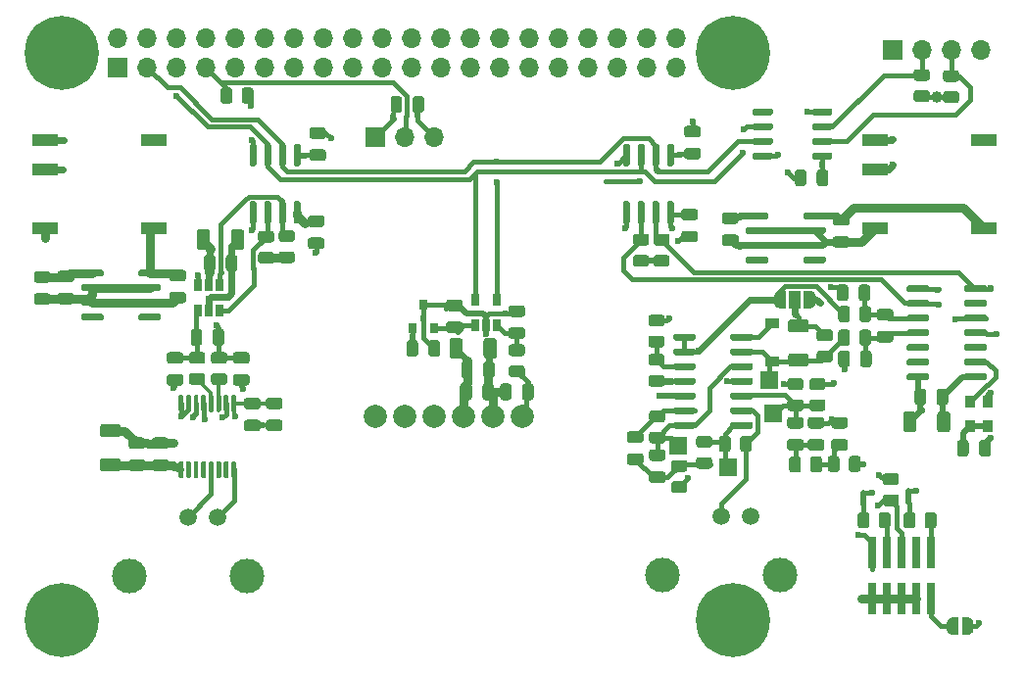
<source format=gtl>
G04 #@! TF.GenerationSoftware,KiCad,Pcbnew,5.1.10-88a1d61d58~90~ubuntu21.04.1*
G04 #@! TF.CreationDate,2021-10-28T10:16:53+02:00*
G04 #@! TF.ProjectId,dwc-hat,6477632d-6861-4742-9e6b-696361645f70,rev?*
G04 #@! TF.SameCoordinates,Original*
G04 #@! TF.FileFunction,Copper,L1,Top*
G04 #@! TF.FilePolarity,Positive*
%FSLAX46Y46*%
G04 Gerber Fmt 4.6, Leading zero omitted, Abs format (unit mm)*
G04 Created by KiCad (PCBNEW 5.1.10-88a1d61d58~90~ubuntu21.04.1) date 2021-10-28 10:16:53*
%MOMM*%
%LPD*%
G01*
G04 APERTURE LIST*
G04 #@! TA.AperFunction,EtchedComponent*
%ADD10C,0.100000*%
G04 #@! TD*
G04 #@! TA.AperFunction,ComponentPad*
%ADD11C,2.000000*%
G04 #@! TD*
G04 #@! TA.AperFunction,SMDPad,CuDef*
%ADD12R,0.800000X0.900000*%
G04 #@! TD*
G04 #@! TA.AperFunction,SMDPad,CuDef*
%ADD13R,1.500000X1.500000*%
G04 #@! TD*
G04 #@! TA.AperFunction,SMDPad,CuDef*
%ADD14R,0.900000X1.000000*%
G04 #@! TD*
G04 #@! TA.AperFunction,ComponentPad*
%ADD15O,1.700000X1.700000*%
G04 #@! TD*
G04 #@! TA.AperFunction,ComponentPad*
%ADD16R,1.700000X1.700000*%
G04 #@! TD*
G04 #@! TA.AperFunction,SMDPad,CuDef*
%ADD17R,0.650000X1.060000*%
G04 #@! TD*
G04 #@! TA.AperFunction,SMDPad,CuDef*
%ADD18R,1.000000X1.500000*%
G04 #@! TD*
G04 #@! TA.AperFunction,SMDPad,CuDef*
%ADD19C,0.100000*%
G04 #@! TD*
G04 #@! TA.AperFunction,SMDPad,CuDef*
%ADD20R,2.300000X1.000000*%
G04 #@! TD*
G04 #@! TA.AperFunction,SMDPad,CuDef*
%ADD21C,0.500000*%
G04 #@! TD*
G04 #@! TA.AperFunction,SMDPad,CuDef*
%ADD22R,0.650000X2.760000*%
G04 #@! TD*
G04 #@! TA.AperFunction,ComponentPad*
%ADD23C,1.500000*%
G04 #@! TD*
G04 #@! TA.AperFunction,ComponentPad*
%ADD24C,3.000000*%
G04 #@! TD*
G04 #@! TA.AperFunction,SMDPad,CuDef*
%ADD25R,1.220000X0.910000*%
G04 #@! TD*
G04 #@! TA.AperFunction,ComponentPad*
%ADD26C,6.400000*%
G04 #@! TD*
G04 #@! TA.AperFunction,ViaPad*
%ADD27C,0.600000*%
G04 #@! TD*
G04 #@! TA.AperFunction,ViaPad*
%ADD28C,1.000000*%
G04 #@! TD*
G04 #@! TA.AperFunction,Conductor*
%ADD29C,0.600000*%
G04 #@! TD*
G04 #@! TA.AperFunction,Conductor*
%ADD30C,0.950000*%
G04 #@! TD*
G04 #@! TA.AperFunction,Conductor*
%ADD31C,0.800000*%
G04 #@! TD*
G04 #@! TA.AperFunction,Conductor*
%ADD32C,0.400000*%
G04 #@! TD*
G04 #@! TA.AperFunction,Conductor*
%ADD33C,0.406400*%
G04 #@! TD*
G04 #@! TA.AperFunction,Conductor*
%ADD34C,0.500000*%
G04 #@! TD*
G04 #@! TA.AperFunction,Conductor*
%ADD35C,0.300000*%
G04 #@! TD*
G04 #@! TA.AperFunction,Conductor*
%ADD36C,0.508000*%
G04 #@! TD*
G04 APERTURE END LIST*
D10*
G36*
X180852000Y-94782000D02*
G01*
X180852000Y-93782000D01*
X181352000Y-93782000D01*
X181352000Y-94782000D01*
X180852000Y-94782000D01*
G37*
G36*
X184789000Y-94655000D02*
G01*
X184789000Y-93655000D01*
X185289000Y-93655000D01*
X185289000Y-94655000D01*
X184789000Y-94655000D01*
G37*
D11*
X138950000Y-87210000D03*
X151640000Y-87210000D03*
X149100000Y-87200000D03*
X146560000Y-87200000D03*
X144020000Y-87200000D03*
X141480000Y-87200000D03*
D12*
X143131500Y-77565500D03*
X144081500Y-79565500D03*
X142181500Y-79565500D03*
G04 #@! TA.AperFunction,SMDPad,CuDef*
G36*
G01*
X146271000Y-78102000D02*
X145321000Y-78102000D01*
G75*
G02*
X145071000Y-77852000I0J250000D01*
G01*
X145071000Y-77352000D01*
G75*
G02*
X145321000Y-77102000I250000J0D01*
G01*
X146271000Y-77102000D01*
G75*
G02*
X146521000Y-77352000I0J-250000D01*
G01*
X146521000Y-77852000D01*
G75*
G02*
X146271000Y-78102000I-250000J0D01*
G01*
G37*
G04 #@! TD.AperFunction*
G04 #@! TA.AperFunction,SMDPad,CuDef*
G36*
G01*
X146271000Y-80002000D02*
X145321000Y-80002000D01*
G75*
G02*
X145071000Y-79752000I0J250000D01*
G01*
X145071000Y-79252000D01*
G75*
G02*
X145321000Y-79002000I250000J0D01*
G01*
X146271000Y-79002000D01*
G75*
G02*
X146521000Y-79252000I0J-250000D01*
G01*
X146521000Y-79752000D01*
G75*
G02*
X146271000Y-80002000I-250000J0D01*
G01*
G37*
G04 #@! TD.AperFunction*
G04 #@! TA.AperFunction,SMDPad,CuDef*
G36*
G01*
X150743499Y-82799500D02*
X151643501Y-82799500D01*
G75*
G02*
X151893500Y-83049499I0J-249999D01*
G01*
X151893500Y-83574501D01*
G75*
G02*
X151643501Y-83824500I-249999J0D01*
G01*
X150743499Y-83824500D01*
G75*
G02*
X150493500Y-83574501I0J249999D01*
G01*
X150493500Y-83049499D01*
G75*
G02*
X150743499Y-82799500I249999J0D01*
G01*
G37*
G04 #@! TD.AperFunction*
G04 #@! TA.AperFunction,SMDPad,CuDef*
G36*
G01*
X150743499Y-80974500D02*
X151643501Y-80974500D01*
G75*
G02*
X151893500Y-81224499I0J-249999D01*
G01*
X151893500Y-81749501D01*
G75*
G02*
X151643501Y-81999500I-249999J0D01*
G01*
X150743499Y-81999500D01*
G75*
G02*
X150493500Y-81749501I0J249999D01*
G01*
X150493500Y-81224499D01*
G75*
G02*
X150743499Y-80974500I249999J0D01*
G01*
G37*
G04 #@! TD.AperFunction*
G04 #@! TA.AperFunction,SMDPad,CuDef*
G36*
G01*
X151668500Y-78610000D02*
X150718500Y-78610000D01*
G75*
G02*
X150468500Y-78360000I0J250000D01*
G01*
X150468500Y-77860000D01*
G75*
G02*
X150718500Y-77610000I250000J0D01*
G01*
X151668500Y-77610000D01*
G75*
G02*
X151918500Y-77860000I0J-250000D01*
G01*
X151918500Y-78360000D01*
G75*
G02*
X151668500Y-78610000I-250000J0D01*
G01*
G37*
G04 #@! TD.AperFunction*
G04 #@! TA.AperFunction,SMDPad,CuDef*
G36*
G01*
X151668500Y-80510000D02*
X150718500Y-80510000D01*
G75*
G02*
X150468500Y-80260000I0J250000D01*
G01*
X150468500Y-79760000D01*
G75*
G02*
X150718500Y-79510000I250000J0D01*
G01*
X151668500Y-79510000D01*
G75*
G02*
X151918500Y-79760000I0J-250000D01*
G01*
X151918500Y-80260000D01*
G75*
G02*
X151668500Y-80510000I-250000J0D01*
G01*
G37*
G04 #@! TD.AperFunction*
D13*
X172974000Y-84058500D03*
X165100000Y-89710000D03*
X169418000Y-91615000D03*
X173355000Y-86916000D03*
D14*
X190347000Y-88050000D03*
X190347000Y-85900000D03*
X191897000Y-85900000D03*
X191897000Y-88050000D03*
G04 #@! TA.AperFunction,SMDPad,CuDef*
G36*
G01*
X191143000Y-90439000D02*
X191143000Y-89489000D01*
G75*
G02*
X191393000Y-89239000I250000J0D01*
G01*
X191893000Y-89239000D01*
G75*
G02*
X192143000Y-89489000I0J-250000D01*
G01*
X192143000Y-90439000D01*
G75*
G02*
X191893000Y-90689000I-250000J0D01*
G01*
X191393000Y-90689000D01*
G75*
G02*
X191143000Y-90439000I0J250000D01*
G01*
G37*
G04 #@! TD.AperFunction*
G04 #@! TA.AperFunction,SMDPad,CuDef*
G36*
G01*
X189243000Y-90439000D02*
X189243000Y-89489000D01*
G75*
G02*
X189493000Y-89239000I250000J0D01*
G01*
X189993000Y-89239000D01*
G75*
G02*
X190243000Y-89489000I0J-250000D01*
G01*
X190243000Y-90439000D01*
G75*
G02*
X189993000Y-90689000I-250000J0D01*
G01*
X189493000Y-90689000D01*
G75*
G02*
X189243000Y-90439000I0J250000D01*
G01*
G37*
G04 #@! TD.AperFunction*
D15*
X191262000Y-55547000D03*
X188722000Y-55547000D03*
X186182000Y-55547000D03*
D16*
X183642000Y-55547000D03*
D15*
X144018000Y-63040000D03*
X141478000Y-63040000D03*
D16*
X138938000Y-63040000D03*
G04 #@! TA.AperFunction,SMDPad,CuDef*
G36*
G01*
X150746000Y-84615000D02*
X150746000Y-85565000D01*
G75*
G02*
X150496000Y-85815000I-250000J0D01*
G01*
X149996000Y-85815000D01*
G75*
G02*
X149746000Y-85565000I0J250000D01*
G01*
X149746000Y-84615000D01*
G75*
G02*
X149996000Y-84365000I250000J0D01*
G01*
X150496000Y-84365000D01*
G75*
G02*
X150746000Y-84615000I0J-250000D01*
G01*
G37*
G04 #@! TD.AperFunction*
G04 #@! TA.AperFunction,SMDPad,CuDef*
G36*
G01*
X152646000Y-84615000D02*
X152646000Y-85565000D01*
G75*
G02*
X152396000Y-85815000I-250000J0D01*
G01*
X151896000Y-85815000D01*
G75*
G02*
X151646000Y-85565000I0J250000D01*
G01*
X151646000Y-84615000D01*
G75*
G02*
X151896000Y-84365000I250000J0D01*
G01*
X152396000Y-84365000D01*
G75*
G02*
X152646000Y-84615000I0J-250000D01*
G01*
G37*
G04 #@! TD.AperFunction*
G04 #@! TA.AperFunction,SMDPad,CuDef*
G36*
G01*
X148217000Y-85565000D02*
X148217000Y-84615000D01*
G75*
G02*
X148467000Y-84365000I250000J0D01*
G01*
X148967000Y-84365000D01*
G75*
G02*
X149217000Y-84615000I0J-250000D01*
G01*
X149217000Y-85565000D01*
G75*
G02*
X148967000Y-85815000I-250000J0D01*
G01*
X148467000Y-85815000D01*
G75*
G02*
X148217000Y-85565000I0J250000D01*
G01*
G37*
G04 #@! TD.AperFunction*
G04 #@! TA.AperFunction,SMDPad,CuDef*
G36*
G01*
X146317000Y-85565000D02*
X146317000Y-84615000D01*
G75*
G02*
X146567000Y-84365000I250000J0D01*
G01*
X147067000Y-84365000D01*
G75*
G02*
X147317000Y-84615000I0J-250000D01*
G01*
X147317000Y-85565000D01*
G75*
G02*
X147067000Y-85815000I-250000J0D01*
G01*
X146567000Y-85815000D01*
G75*
G02*
X146317000Y-85565000I0J250000D01*
G01*
G37*
G04 #@! TD.AperFunction*
G04 #@! TA.AperFunction,SMDPad,CuDef*
G36*
G01*
X148278000Y-83660000D02*
X148278000Y-82710000D01*
G75*
G02*
X148528000Y-82460000I250000J0D01*
G01*
X149028000Y-82460000D01*
G75*
G02*
X149278000Y-82710000I0J-250000D01*
G01*
X149278000Y-83660000D01*
G75*
G02*
X149028000Y-83910000I-250000J0D01*
G01*
X148528000Y-83910000D01*
G75*
G02*
X148278000Y-83660000I0J250000D01*
G01*
G37*
G04 #@! TD.AperFunction*
G04 #@! TA.AperFunction,SMDPad,CuDef*
G36*
G01*
X146378000Y-83660000D02*
X146378000Y-82710000D01*
G75*
G02*
X146628000Y-82460000I250000J0D01*
G01*
X147128000Y-82460000D01*
G75*
G02*
X147378000Y-82710000I0J-250000D01*
G01*
X147378000Y-83660000D01*
G75*
G02*
X147128000Y-83910000I-250000J0D01*
G01*
X146628000Y-83910000D01*
G75*
G02*
X146378000Y-83660000I0J250000D01*
G01*
G37*
G04 #@! TD.AperFunction*
G04 #@! TA.AperFunction,SMDPad,CuDef*
G36*
G01*
X175749000Y-90910998D02*
X175749000Y-91811002D01*
G75*
G02*
X175499002Y-92061000I-249998J0D01*
G01*
X174973998Y-92061000D01*
G75*
G02*
X174724000Y-91811002I0J249998D01*
G01*
X174724000Y-90910998D01*
G75*
G02*
X174973998Y-90661000I249998J0D01*
G01*
X175499002Y-90661000D01*
G75*
G02*
X175749000Y-90910998I0J-249998D01*
G01*
G37*
G04 #@! TD.AperFunction*
G04 #@! TA.AperFunction,SMDPad,CuDef*
G36*
G01*
X177574000Y-90910998D02*
X177574000Y-91811002D01*
G75*
G02*
X177324002Y-92061000I-249998J0D01*
G01*
X176798998Y-92061000D01*
G75*
G02*
X176549000Y-91811002I0J249998D01*
G01*
X176549000Y-90910998D01*
G75*
G02*
X176798998Y-90661000I249998J0D01*
G01*
X177324002Y-90661000D01*
G75*
G02*
X177574000Y-90910998I0J-249998D01*
G01*
G37*
G04 #@! TD.AperFunction*
G04 #@! TA.AperFunction,SMDPad,CuDef*
G36*
G01*
X142182000Y-60721000D02*
X142182000Y-59771000D01*
G75*
G02*
X142432000Y-59521000I250000J0D01*
G01*
X142932000Y-59521000D01*
G75*
G02*
X143182000Y-59771000I0J-250000D01*
G01*
X143182000Y-60721000D01*
G75*
G02*
X142932000Y-60971000I-250000J0D01*
G01*
X142432000Y-60971000D01*
G75*
G02*
X142182000Y-60721000I0J250000D01*
G01*
G37*
G04 #@! TD.AperFunction*
G04 #@! TA.AperFunction,SMDPad,CuDef*
G36*
G01*
X140282000Y-60721000D02*
X140282000Y-59771000D01*
G75*
G02*
X140532000Y-59521000I250000J0D01*
G01*
X141032000Y-59521000D01*
G75*
G02*
X141282000Y-59771000I0J-250000D01*
G01*
X141282000Y-60721000D01*
G75*
G02*
X141032000Y-60971000I-250000J0D01*
G01*
X140532000Y-60971000D01*
G75*
G02*
X140282000Y-60721000I0J250000D01*
G01*
G37*
G04 #@! TD.AperFunction*
G04 #@! TA.AperFunction,SMDPad,CuDef*
G36*
G01*
X126623500Y-59033998D02*
X126623500Y-59934002D01*
G75*
G02*
X126373502Y-60184000I-249998J0D01*
G01*
X125848498Y-60184000D01*
G75*
G02*
X125598500Y-59934002I0J249998D01*
G01*
X125598500Y-59033998D01*
G75*
G02*
X125848498Y-58784000I249998J0D01*
G01*
X126373502Y-58784000D01*
G75*
G02*
X126623500Y-59033998I0J-249998D01*
G01*
G37*
G04 #@! TD.AperFunction*
G04 #@! TA.AperFunction,SMDPad,CuDef*
G36*
G01*
X128448500Y-59033998D02*
X128448500Y-59934002D01*
G75*
G02*
X128198502Y-60184000I-249998J0D01*
G01*
X127673498Y-60184000D01*
G75*
G02*
X127423500Y-59934002I0J249998D01*
G01*
X127423500Y-59033998D01*
G75*
G02*
X127673498Y-58784000I249998J0D01*
G01*
X128198502Y-58784000D01*
G75*
G02*
X128448500Y-59033998I0J-249998D01*
G01*
G37*
G04 #@! TD.AperFunction*
G04 #@! TA.AperFunction,SMDPad,CuDef*
G36*
G01*
X176706000Y-61031000D02*
X176706000Y-60731000D01*
G75*
G02*
X176856000Y-60581000I150000J0D01*
G01*
X178306000Y-60581000D01*
G75*
G02*
X178456000Y-60731000I0J-150000D01*
G01*
X178456000Y-61031000D01*
G75*
G02*
X178306000Y-61181000I-150000J0D01*
G01*
X176856000Y-61181000D01*
G75*
G02*
X176706000Y-61031000I0J150000D01*
G01*
G37*
G04 #@! TD.AperFunction*
G04 #@! TA.AperFunction,SMDPad,CuDef*
G36*
G01*
X176706000Y-62301000D02*
X176706000Y-62001000D01*
G75*
G02*
X176856000Y-61851000I150000J0D01*
G01*
X178306000Y-61851000D01*
G75*
G02*
X178456000Y-62001000I0J-150000D01*
G01*
X178456000Y-62301000D01*
G75*
G02*
X178306000Y-62451000I-150000J0D01*
G01*
X176856000Y-62451000D01*
G75*
G02*
X176706000Y-62301000I0J150000D01*
G01*
G37*
G04 #@! TD.AperFunction*
G04 #@! TA.AperFunction,SMDPad,CuDef*
G36*
G01*
X176706000Y-63571000D02*
X176706000Y-63271000D01*
G75*
G02*
X176856000Y-63121000I150000J0D01*
G01*
X178306000Y-63121000D01*
G75*
G02*
X178456000Y-63271000I0J-150000D01*
G01*
X178456000Y-63571000D01*
G75*
G02*
X178306000Y-63721000I-150000J0D01*
G01*
X176856000Y-63721000D01*
G75*
G02*
X176706000Y-63571000I0J150000D01*
G01*
G37*
G04 #@! TD.AperFunction*
G04 #@! TA.AperFunction,SMDPad,CuDef*
G36*
G01*
X176706000Y-64841000D02*
X176706000Y-64541000D01*
G75*
G02*
X176856000Y-64391000I150000J0D01*
G01*
X178306000Y-64391000D01*
G75*
G02*
X178456000Y-64541000I0J-150000D01*
G01*
X178456000Y-64841000D01*
G75*
G02*
X178306000Y-64991000I-150000J0D01*
G01*
X176856000Y-64991000D01*
G75*
G02*
X176706000Y-64841000I0J150000D01*
G01*
G37*
G04 #@! TD.AperFunction*
G04 #@! TA.AperFunction,SMDPad,CuDef*
G36*
G01*
X171556000Y-64841000D02*
X171556000Y-64541000D01*
G75*
G02*
X171706000Y-64391000I150000J0D01*
G01*
X173156000Y-64391000D01*
G75*
G02*
X173306000Y-64541000I0J-150000D01*
G01*
X173306000Y-64841000D01*
G75*
G02*
X173156000Y-64991000I-150000J0D01*
G01*
X171706000Y-64991000D01*
G75*
G02*
X171556000Y-64841000I0J150000D01*
G01*
G37*
G04 #@! TD.AperFunction*
G04 #@! TA.AperFunction,SMDPad,CuDef*
G36*
G01*
X171556000Y-63571000D02*
X171556000Y-63271000D01*
G75*
G02*
X171706000Y-63121000I150000J0D01*
G01*
X173156000Y-63121000D01*
G75*
G02*
X173306000Y-63271000I0J-150000D01*
G01*
X173306000Y-63571000D01*
G75*
G02*
X173156000Y-63721000I-150000J0D01*
G01*
X171706000Y-63721000D01*
G75*
G02*
X171556000Y-63571000I0J150000D01*
G01*
G37*
G04 #@! TD.AperFunction*
G04 #@! TA.AperFunction,SMDPad,CuDef*
G36*
G01*
X171556000Y-62301000D02*
X171556000Y-62001000D01*
G75*
G02*
X171706000Y-61851000I150000J0D01*
G01*
X173156000Y-61851000D01*
G75*
G02*
X173306000Y-62001000I0J-150000D01*
G01*
X173306000Y-62301000D01*
G75*
G02*
X173156000Y-62451000I-150000J0D01*
G01*
X171706000Y-62451000D01*
G75*
G02*
X171556000Y-62301000I0J150000D01*
G01*
G37*
G04 #@! TD.AperFunction*
G04 #@! TA.AperFunction,SMDPad,CuDef*
G36*
G01*
X171556000Y-61031000D02*
X171556000Y-60731000D01*
G75*
G02*
X171706000Y-60581000I150000J0D01*
G01*
X173156000Y-60581000D01*
G75*
G02*
X173306000Y-60731000I0J-150000D01*
G01*
X173306000Y-61031000D01*
G75*
G02*
X173156000Y-61181000I-150000J0D01*
G01*
X171706000Y-61181000D01*
G75*
G02*
X171556000Y-61031000I0J150000D01*
G01*
G37*
G04 #@! TD.AperFunction*
G04 #@! TA.AperFunction,SMDPad,CuDef*
G36*
G01*
X186632002Y-58218500D02*
X185731998Y-58218500D01*
G75*
G02*
X185482000Y-57968502I0J249998D01*
G01*
X185482000Y-57443498D01*
G75*
G02*
X185731998Y-57193500I249998J0D01*
G01*
X186632002Y-57193500D01*
G75*
G02*
X186882000Y-57443498I0J-249998D01*
G01*
X186882000Y-57968502D01*
G75*
G02*
X186632002Y-58218500I-249998J0D01*
G01*
G37*
G04 #@! TD.AperFunction*
G04 #@! TA.AperFunction,SMDPad,CuDef*
G36*
G01*
X186632002Y-60043500D02*
X185731998Y-60043500D01*
G75*
G02*
X185482000Y-59793502I0J249998D01*
G01*
X185482000Y-59268498D01*
G75*
G02*
X185731998Y-59018500I249998J0D01*
G01*
X186632002Y-59018500D01*
G75*
G02*
X186882000Y-59268498I0J-249998D01*
G01*
X186882000Y-59793502D01*
G75*
G02*
X186632002Y-60043500I-249998J0D01*
G01*
G37*
G04 #@! TD.AperFunction*
G04 #@! TA.AperFunction,SMDPad,CuDef*
G36*
G01*
X189172002Y-58298500D02*
X188271998Y-58298500D01*
G75*
G02*
X188022000Y-58048502I0J249998D01*
G01*
X188022000Y-57523498D01*
G75*
G02*
X188271998Y-57273500I249998J0D01*
G01*
X189172002Y-57273500D01*
G75*
G02*
X189422000Y-57523498I0J-249998D01*
G01*
X189422000Y-58048502D01*
G75*
G02*
X189172002Y-58298500I-249998J0D01*
G01*
G37*
G04 #@! TD.AperFunction*
G04 #@! TA.AperFunction,SMDPad,CuDef*
G36*
G01*
X189172002Y-60123500D02*
X188271998Y-60123500D01*
G75*
G02*
X188022000Y-59873502I0J249998D01*
G01*
X188022000Y-59348498D01*
G75*
G02*
X188271998Y-59098500I249998J0D01*
G01*
X189172002Y-59098500D01*
G75*
G02*
X189422000Y-59348498I0J-249998D01*
G01*
X189422000Y-59873502D01*
G75*
G02*
X189172002Y-60123500I-249998J0D01*
G01*
G37*
G04 #@! TD.AperFunction*
G04 #@! TA.AperFunction,SMDPad,CuDef*
G36*
G01*
X176207000Y-66121000D02*
X176207000Y-67071000D01*
G75*
G02*
X175957000Y-67321000I-250000J0D01*
G01*
X175457000Y-67321000D01*
G75*
G02*
X175207000Y-67071000I0J250000D01*
G01*
X175207000Y-66121000D01*
G75*
G02*
X175457000Y-65871000I250000J0D01*
G01*
X175957000Y-65871000D01*
G75*
G02*
X176207000Y-66121000I0J-250000D01*
G01*
G37*
G04 #@! TD.AperFunction*
G04 #@! TA.AperFunction,SMDPad,CuDef*
G36*
G01*
X178107000Y-66121000D02*
X178107000Y-67071000D01*
G75*
G02*
X177857000Y-67321000I-250000J0D01*
G01*
X177357000Y-67321000D01*
G75*
G02*
X177107000Y-67071000I0J250000D01*
G01*
X177107000Y-66121000D01*
G75*
G02*
X177357000Y-65871000I250000J0D01*
G01*
X177857000Y-65871000D01*
G75*
G02*
X178107000Y-66121000I0J-250000D01*
G01*
G37*
G04 #@! TD.AperFunction*
D17*
X147580000Y-77107000D03*
X149480000Y-77107000D03*
X149480000Y-79307000D03*
X148530000Y-79307000D03*
X147580000Y-79307000D03*
G04 #@! TA.AperFunction,SMDPad,CuDef*
G36*
G01*
X143568800Y-81805800D02*
X143568800Y-80855800D01*
G75*
G02*
X143818800Y-80605800I250000J0D01*
G01*
X144318800Y-80605800D01*
G75*
G02*
X144568800Y-80855800I0J-250000D01*
G01*
X144568800Y-81805800D01*
G75*
G02*
X144318800Y-82055800I-250000J0D01*
G01*
X143818800Y-82055800D01*
G75*
G02*
X143568800Y-81805800I0J250000D01*
G01*
G37*
G04 #@! TD.AperFunction*
G04 #@! TA.AperFunction,SMDPad,CuDef*
G36*
G01*
X141668800Y-81805800D02*
X141668800Y-80855800D01*
G75*
G02*
X141918800Y-80605800I250000J0D01*
G01*
X142418800Y-80605800D01*
G75*
G02*
X142668800Y-80855800I0J-250000D01*
G01*
X142668800Y-81805800D01*
G75*
G02*
X142418800Y-82055800I-250000J0D01*
G01*
X141918800Y-82055800D01*
G75*
G02*
X141668800Y-81805800I0J250000D01*
G01*
G37*
G04 #@! TD.AperFunction*
G04 #@! TA.AperFunction,SMDPad,CuDef*
G36*
G01*
X148319800Y-81980801D02*
X148319800Y-80680799D01*
G75*
G02*
X148569799Y-80430800I249999J0D01*
G01*
X149219801Y-80430800D01*
G75*
G02*
X149469800Y-80680799I0J-249999D01*
G01*
X149469800Y-81980801D01*
G75*
G02*
X149219801Y-82230800I-249999J0D01*
G01*
X148569799Y-82230800D01*
G75*
G02*
X148319800Y-81980801I0J249999D01*
G01*
G37*
G04 #@! TD.AperFunction*
G04 #@! TA.AperFunction,SMDPad,CuDef*
G36*
G01*
X145369800Y-81980801D02*
X145369800Y-80680799D01*
G75*
G02*
X145619799Y-80430800I249999J0D01*
G01*
X146269801Y-80430800D01*
G75*
G02*
X146519800Y-80680799I0J-249999D01*
G01*
X146519800Y-81980801D01*
G75*
G02*
X146269801Y-82230800I-249999J0D01*
G01*
X145619799Y-82230800D01*
G75*
G02*
X145369800Y-81980801I0J249999D01*
G01*
G37*
G04 #@! TD.AperFunction*
G04 #@! TA.AperFunction,SMDPad,CuDef*
G36*
G01*
X181669000Y-95743498D02*
X181669000Y-96643502D01*
G75*
G02*
X181419002Y-96893500I-249998J0D01*
G01*
X180893998Y-96893500D01*
G75*
G02*
X180644000Y-96643502I0J249998D01*
G01*
X180644000Y-95743498D01*
G75*
G02*
X180893998Y-95493500I249998J0D01*
G01*
X181419002Y-95493500D01*
G75*
G02*
X181669000Y-95743498I0J-249998D01*
G01*
G37*
G04 #@! TD.AperFunction*
G04 #@! TA.AperFunction,SMDPad,CuDef*
G36*
G01*
X183494000Y-95743498D02*
X183494000Y-96643502D01*
G75*
G02*
X183244002Y-96893500I-249998J0D01*
G01*
X182718998Y-96893500D01*
G75*
G02*
X182469000Y-96643502I0J249998D01*
G01*
X182469000Y-95743498D01*
G75*
G02*
X182718998Y-95493500I249998J0D01*
G01*
X183244002Y-95493500D01*
G75*
G02*
X183494000Y-95743498I0J-249998D01*
G01*
G37*
G04 #@! TD.AperFunction*
G04 #@! TA.AperFunction,SMDPad,CuDef*
G36*
G01*
X185629500Y-95743498D02*
X185629500Y-96643502D01*
G75*
G02*
X185379502Y-96893500I-249998J0D01*
G01*
X184854498Y-96893500D01*
G75*
G02*
X184604500Y-96643502I0J249998D01*
G01*
X184604500Y-95743498D01*
G75*
G02*
X184854498Y-95493500I249998J0D01*
G01*
X185379502Y-95493500D01*
G75*
G02*
X185629500Y-95743498I0J-249998D01*
G01*
G37*
G04 #@! TD.AperFunction*
G04 #@! TA.AperFunction,SMDPad,CuDef*
G36*
G01*
X187454500Y-95743498D02*
X187454500Y-96643502D01*
G75*
G02*
X187204502Y-96893500I-249998J0D01*
G01*
X186679498Y-96893500D01*
G75*
G02*
X186429500Y-96643502I0J249998D01*
G01*
X186429500Y-95743498D01*
G75*
G02*
X186679498Y-95493500I249998J0D01*
G01*
X187204502Y-95493500D01*
G75*
G02*
X187454500Y-95743498I0J-249998D01*
G01*
G37*
G04 #@! TD.AperFunction*
G04 #@! TA.AperFunction,SMDPad,CuDef*
G36*
G01*
X186834500Y-83629000D02*
X186834500Y-83929000D01*
G75*
G02*
X186684500Y-84079000I-150000J0D01*
G01*
X185034500Y-84079000D01*
G75*
G02*
X184884500Y-83929000I0J150000D01*
G01*
X184884500Y-83629000D01*
G75*
G02*
X185034500Y-83479000I150000J0D01*
G01*
X186684500Y-83479000D01*
G75*
G02*
X186834500Y-83629000I0J-150000D01*
G01*
G37*
G04 #@! TD.AperFunction*
G04 #@! TA.AperFunction,SMDPad,CuDef*
G36*
G01*
X186834500Y-82359000D02*
X186834500Y-82659000D01*
G75*
G02*
X186684500Y-82809000I-150000J0D01*
G01*
X185034500Y-82809000D01*
G75*
G02*
X184884500Y-82659000I0J150000D01*
G01*
X184884500Y-82359000D01*
G75*
G02*
X185034500Y-82209000I150000J0D01*
G01*
X186684500Y-82209000D01*
G75*
G02*
X186834500Y-82359000I0J-150000D01*
G01*
G37*
G04 #@! TD.AperFunction*
G04 #@! TA.AperFunction,SMDPad,CuDef*
G36*
G01*
X186834500Y-81089000D02*
X186834500Y-81389000D01*
G75*
G02*
X186684500Y-81539000I-150000J0D01*
G01*
X185034500Y-81539000D01*
G75*
G02*
X184884500Y-81389000I0J150000D01*
G01*
X184884500Y-81089000D01*
G75*
G02*
X185034500Y-80939000I150000J0D01*
G01*
X186684500Y-80939000D01*
G75*
G02*
X186834500Y-81089000I0J-150000D01*
G01*
G37*
G04 #@! TD.AperFunction*
G04 #@! TA.AperFunction,SMDPad,CuDef*
G36*
G01*
X186834500Y-79819000D02*
X186834500Y-80119000D01*
G75*
G02*
X186684500Y-80269000I-150000J0D01*
G01*
X185034500Y-80269000D01*
G75*
G02*
X184884500Y-80119000I0J150000D01*
G01*
X184884500Y-79819000D01*
G75*
G02*
X185034500Y-79669000I150000J0D01*
G01*
X186684500Y-79669000D01*
G75*
G02*
X186834500Y-79819000I0J-150000D01*
G01*
G37*
G04 #@! TD.AperFunction*
G04 #@! TA.AperFunction,SMDPad,CuDef*
G36*
G01*
X186834500Y-78549000D02*
X186834500Y-78849000D01*
G75*
G02*
X186684500Y-78999000I-150000J0D01*
G01*
X185034500Y-78999000D01*
G75*
G02*
X184884500Y-78849000I0J150000D01*
G01*
X184884500Y-78549000D01*
G75*
G02*
X185034500Y-78399000I150000J0D01*
G01*
X186684500Y-78399000D01*
G75*
G02*
X186834500Y-78549000I0J-150000D01*
G01*
G37*
G04 #@! TD.AperFunction*
G04 #@! TA.AperFunction,SMDPad,CuDef*
G36*
G01*
X186834500Y-77279000D02*
X186834500Y-77579000D01*
G75*
G02*
X186684500Y-77729000I-150000J0D01*
G01*
X185034500Y-77729000D01*
G75*
G02*
X184884500Y-77579000I0J150000D01*
G01*
X184884500Y-77279000D01*
G75*
G02*
X185034500Y-77129000I150000J0D01*
G01*
X186684500Y-77129000D01*
G75*
G02*
X186834500Y-77279000I0J-150000D01*
G01*
G37*
G04 #@! TD.AperFunction*
G04 #@! TA.AperFunction,SMDPad,CuDef*
G36*
G01*
X186834500Y-76009000D02*
X186834500Y-76309000D01*
G75*
G02*
X186684500Y-76459000I-150000J0D01*
G01*
X185034500Y-76459000D01*
G75*
G02*
X184884500Y-76309000I0J150000D01*
G01*
X184884500Y-76009000D01*
G75*
G02*
X185034500Y-75859000I150000J0D01*
G01*
X186684500Y-75859000D01*
G75*
G02*
X186834500Y-76009000I0J-150000D01*
G01*
G37*
G04 #@! TD.AperFunction*
G04 #@! TA.AperFunction,SMDPad,CuDef*
G36*
G01*
X191784500Y-76009000D02*
X191784500Y-76309000D01*
G75*
G02*
X191634500Y-76459000I-150000J0D01*
G01*
X189984500Y-76459000D01*
G75*
G02*
X189834500Y-76309000I0J150000D01*
G01*
X189834500Y-76009000D01*
G75*
G02*
X189984500Y-75859000I150000J0D01*
G01*
X191634500Y-75859000D01*
G75*
G02*
X191784500Y-76009000I0J-150000D01*
G01*
G37*
G04 #@! TD.AperFunction*
G04 #@! TA.AperFunction,SMDPad,CuDef*
G36*
G01*
X191784500Y-77279000D02*
X191784500Y-77579000D01*
G75*
G02*
X191634500Y-77729000I-150000J0D01*
G01*
X189984500Y-77729000D01*
G75*
G02*
X189834500Y-77579000I0J150000D01*
G01*
X189834500Y-77279000D01*
G75*
G02*
X189984500Y-77129000I150000J0D01*
G01*
X191634500Y-77129000D01*
G75*
G02*
X191784500Y-77279000I0J-150000D01*
G01*
G37*
G04 #@! TD.AperFunction*
G04 #@! TA.AperFunction,SMDPad,CuDef*
G36*
G01*
X191784500Y-78549000D02*
X191784500Y-78849000D01*
G75*
G02*
X191634500Y-78999000I-150000J0D01*
G01*
X189984500Y-78999000D01*
G75*
G02*
X189834500Y-78849000I0J150000D01*
G01*
X189834500Y-78549000D01*
G75*
G02*
X189984500Y-78399000I150000J0D01*
G01*
X191634500Y-78399000D01*
G75*
G02*
X191784500Y-78549000I0J-150000D01*
G01*
G37*
G04 #@! TD.AperFunction*
G04 #@! TA.AperFunction,SMDPad,CuDef*
G36*
G01*
X191784500Y-79819000D02*
X191784500Y-80119000D01*
G75*
G02*
X191634500Y-80269000I-150000J0D01*
G01*
X189984500Y-80269000D01*
G75*
G02*
X189834500Y-80119000I0J150000D01*
G01*
X189834500Y-79819000D01*
G75*
G02*
X189984500Y-79669000I150000J0D01*
G01*
X191634500Y-79669000D01*
G75*
G02*
X191784500Y-79819000I0J-150000D01*
G01*
G37*
G04 #@! TD.AperFunction*
G04 #@! TA.AperFunction,SMDPad,CuDef*
G36*
G01*
X191784500Y-81089000D02*
X191784500Y-81389000D01*
G75*
G02*
X191634500Y-81539000I-150000J0D01*
G01*
X189984500Y-81539000D01*
G75*
G02*
X189834500Y-81389000I0J150000D01*
G01*
X189834500Y-81089000D01*
G75*
G02*
X189984500Y-80939000I150000J0D01*
G01*
X191634500Y-80939000D01*
G75*
G02*
X191784500Y-81089000I0J-150000D01*
G01*
G37*
G04 #@! TD.AperFunction*
G04 #@! TA.AperFunction,SMDPad,CuDef*
G36*
G01*
X191784500Y-82359000D02*
X191784500Y-82659000D01*
G75*
G02*
X191634500Y-82809000I-150000J0D01*
G01*
X189984500Y-82809000D01*
G75*
G02*
X189834500Y-82659000I0J150000D01*
G01*
X189834500Y-82359000D01*
G75*
G02*
X189984500Y-82209000I150000J0D01*
G01*
X191634500Y-82209000D01*
G75*
G02*
X191784500Y-82359000I0J-150000D01*
G01*
G37*
G04 #@! TD.AperFunction*
G04 #@! TA.AperFunction,SMDPad,CuDef*
G36*
G01*
X191784500Y-83629000D02*
X191784500Y-83929000D01*
G75*
G02*
X191634500Y-84079000I-150000J0D01*
G01*
X189984500Y-84079000D01*
G75*
G02*
X189834500Y-83929000I0J150000D01*
G01*
X189834500Y-83629000D01*
G75*
G02*
X189984500Y-83479000I150000J0D01*
G01*
X191634500Y-83479000D01*
G75*
G02*
X191784500Y-83629000I0J-150000D01*
G01*
G37*
G04 #@! TD.AperFunction*
G04 #@! TA.AperFunction,SMDPad,CuDef*
G36*
G01*
X179986500Y-77918998D02*
X179986500Y-78819002D01*
G75*
G02*
X179736502Y-79069000I-249998J0D01*
G01*
X179211498Y-79069000D01*
G75*
G02*
X178961500Y-78819002I0J249998D01*
G01*
X178961500Y-77918998D01*
G75*
G02*
X179211498Y-77669000I249998J0D01*
G01*
X179736502Y-77669000D01*
G75*
G02*
X179986500Y-77918998I0J-249998D01*
G01*
G37*
G04 #@! TD.AperFunction*
G04 #@! TA.AperFunction,SMDPad,CuDef*
G36*
G01*
X181811500Y-77918998D02*
X181811500Y-78819002D01*
G75*
G02*
X181561502Y-79069000I-249998J0D01*
G01*
X181036498Y-79069000D01*
G75*
G02*
X180786500Y-78819002I0J249998D01*
G01*
X180786500Y-77918998D01*
G75*
G02*
X181036498Y-77669000I249998J0D01*
G01*
X181561502Y-77669000D01*
G75*
G02*
X181811500Y-77918998I0J-249998D01*
G01*
G37*
G04 #@! TD.AperFunction*
G04 #@! TA.AperFunction,SMDPad,CuDef*
G36*
G01*
X179986500Y-79950998D02*
X179986500Y-80851002D01*
G75*
G02*
X179736502Y-81101000I-249998J0D01*
G01*
X179211498Y-81101000D01*
G75*
G02*
X178961500Y-80851002I0J249998D01*
G01*
X178961500Y-79950998D01*
G75*
G02*
X179211498Y-79701000I249998J0D01*
G01*
X179736502Y-79701000D01*
G75*
G02*
X179986500Y-79950998I0J-249998D01*
G01*
G37*
G04 #@! TD.AperFunction*
G04 #@! TA.AperFunction,SMDPad,CuDef*
G36*
G01*
X181811500Y-79950998D02*
X181811500Y-80851002D01*
G75*
G02*
X181561502Y-81101000I-249998J0D01*
G01*
X181036498Y-81101000D01*
G75*
G02*
X180786500Y-80851002I0J249998D01*
G01*
X180786500Y-79950998D01*
G75*
G02*
X181036498Y-79701000I249998J0D01*
G01*
X181561502Y-79701000D01*
G75*
G02*
X181811500Y-79950998I0J-249998D01*
G01*
G37*
G04 #@! TD.AperFunction*
G04 #@! TA.AperFunction,SMDPad,CuDef*
G36*
G01*
X179833000Y-76052500D02*
X179833000Y-77002500D01*
G75*
G02*
X179583000Y-77252500I-250000J0D01*
G01*
X179083000Y-77252500D01*
G75*
G02*
X178833000Y-77002500I0J250000D01*
G01*
X178833000Y-76052500D01*
G75*
G02*
X179083000Y-75802500I250000J0D01*
G01*
X179583000Y-75802500D01*
G75*
G02*
X179833000Y-76052500I0J-250000D01*
G01*
G37*
G04 #@! TD.AperFunction*
G04 #@! TA.AperFunction,SMDPad,CuDef*
G36*
G01*
X181733000Y-76052500D02*
X181733000Y-77002500D01*
G75*
G02*
X181483000Y-77252500I-250000J0D01*
G01*
X180983000Y-77252500D01*
G75*
G02*
X180733000Y-77002500I0J250000D01*
G01*
X180733000Y-76052500D01*
G75*
G02*
X180983000Y-75802500I250000J0D01*
G01*
X181483000Y-75802500D01*
G75*
G02*
X181733000Y-76052500I0J-250000D01*
G01*
G37*
G04 #@! TD.AperFunction*
G04 #@! TA.AperFunction,SMDPad,CuDef*
G36*
G01*
X183482000Y-78912000D02*
X182532000Y-78912000D01*
G75*
G02*
X182282000Y-78662000I0J250000D01*
G01*
X182282000Y-78162000D01*
G75*
G02*
X182532000Y-77912000I250000J0D01*
G01*
X183482000Y-77912000D01*
G75*
G02*
X183732000Y-78162000I0J-250000D01*
G01*
X183732000Y-78662000D01*
G75*
G02*
X183482000Y-78912000I-250000J0D01*
G01*
G37*
G04 #@! TD.AperFunction*
G04 #@! TA.AperFunction,SMDPad,CuDef*
G36*
G01*
X183482000Y-80812000D02*
X182532000Y-80812000D01*
G75*
G02*
X182282000Y-80562000I0J250000D01*
G01*
X182282000Y-80062000D01*
G75*
G02*
X182532000Y-79812000I250000J0D01*
G01*
X183482000Y-79812000D01*
G75*
G02*
X183732000Y-80062000I0J-250000D01*
G01*
X183732000Y-80562000D01*
G75*
G02*
X183482000Y-80812000I-250000J0D01*
G01*
G37*
G04 #@! TD.AperFunction*
G04 #@! TA.AperFunction,SMDPad,CuDef*
G36*
G01*
X180860000Y-82717500D02*
X180860000Y-81767500D01*
G75*
G02*
X181110000Y-81517500I250000J0D01*
G01*
X181610000Y-81517500D01*
G75*
G02*
X181860000Y-81767500I0J-250000D01*
G01*
X181860000Y-82717500D01*
G75*
G02*
X181610000Y-82967500I-250000J0D01*
G01*
X181110000Y-82967500D01*
G75*
G02*
X180860000Y-82717500I0J250000D01*
G01*
G37*
G04 #@! TD.AperFunction*
G04 #@! TA.AperFunction,SMDPad,CuDef*
G36*
G01*
X178960000Y-82717500D02*
X178960000Y-81767500D01*
G75*
G02*
X179210000Y-81517500I250000J0D01*
G01*
X179710000Y-81517500D01*
G75*
G02*
X179960000Y-81767500I0J-250000D01*
G01*
X179960000Y-82717500D01*
G75*
G02*
X179710000Y-82967500I-250000J0D01*
G01*
X179210000Y-82967500D01*
G75*
G02*
X178960000Y-82717500I0J250000D01*
G01*
G37*
G04 #@! TD.AperFunction*
D18*
X175236500Y-77099000D03*
G04 #@! TA.AperFunction,SMDPad,CuDef*
D19*
G36*
X176536500Y-76349602D02*
G01*
X176561034Y-76349602D01*
X176609865Y-76354412D01*
X176657990Y-76363984D01*
X176704945Y-76378228D01*
X176750278Y-76397005D01*
X176793551Y-76420136D01*
X176834350Y-76447396D01*
X176872279Y-76478524D01*
X176906976Y-76513221D01*
X176938104Y-76551150D01*
X176965364Y-76591949D01*
X176988495Y-76635222D01*
X177007272Y-76680555D01*
X177021516Y-76727510D01*
X177031088Y-76775635D01*
X177035898Y-76824466D01*
X177035898Y-76849000D01*
X177036500Y-76849000D01*
X177036500Y-77349000D01*
X177035898Y-77349000D01*
X177035898Y-77373534D01*
X177031088Y-77422365D01*
X177021516Y-77470490D01*
X177007272Y-77517445D01*
X176988495Y-77562778D01*
X176965364Y-77606051D01*
X176938104Y-77646850D01*
X176906976Y-77684779D01*
X176872279Y-77719476D01*
X176834350Y-77750604D01*
X176793551Y-77777864D01*
X176750278Y-77800995D01*
X176704945Y-77819772D01*
X176657990Y-77834016D01*
X176609865Y-77843588D01*
X176561034Y-77848398D01*
X176536500Y-77848398D01*
X176536500Y-77849000D01*
X175986500Y-77849000D01*
X175986500Y-76349000D01*
X176536500Y-76349000D01*
X176536500Y-76349602D01*
G37*
G04 #@! TD.AperFunction*
G04 #@! TA.AperFunction,SMDPad,CuDef*
G36*
X174486500Y-77849000D02*
G01*
X173936500Y-77849000D01*
X173936500Y-77848398D01*
X173911966Y-77848398D01*
X173863135Y-77843588D01*
X173815010Y-77834016D01*
X173768055Y-77819772D01*
X173722722Y-77800995D01*
X173679449Y-77777864D01*
X173638650Y-77750604D01*
X173600721Y-77719476D01*
X173566024Y-77684779D01*
X173534896Y-77646850D01*
X173507636Y-77606051D01*
X173484505Y-77562778D01*
X173465728Y-77517445D01*
X173451484Y-77470490D01*
X173441912Y-77422365D01*
X173437102Y-77373534D01*
X173437102Y-77349000D01*
X173436500Y-77349000D01*
X173436500Y-76849000D01*
X173437102Y-76849000D01*
X173437102Y-76824466D01*
X173441912Y-76775635D01*
X173451484Y-76727510D01*
X173465728Y-76680555D01*
X173484505Y-76635222D01*
X173507636Y-76591949D01*
X173534896Y-76551150D01*
X173566024Y-76513221D01*
X173600721Y-76478524D01*
X173638650Y-76447396D01*
X173679449Y-76420136D01*
X173722722Y-76397005D01*
X173768055Y-76378228D01*
X173815010Y-76363984D01*
X173863135Y-76354412D01*
X173911966Y-76349602D01*
X173936500Y-76349602D01*
X173936500Y-76349000D01*
X174486500Y-76349000D01*
X174486500Y-77849000D01*
G37*
G04 #@! TD.AperFunction*
D20*
X119830000Y-70940000D03*
X119830000Y-63320000D03*
X110430000Y-70940000D03*
X110430000Y-65860000D03*
X110430000Y-63320000D03*
X191560000Y-70940000D03*
X191560000Y-63320000D03*
X182160000Y-70940000D03*
X182160000Y-65860000D03*
X182160000Y-63320000D03*
G04 #@! TA.AperFunction,SMDPad,CuDef*
G36*
G01*
X163708502Y-79427500D02*
X162808498Y-79427500D01*
G75*
G02*
X162558500Y-79177502I0J249998D01*
G01*
X162558500Y-78652498D01*
G75*
G02*
X162808498Y-78402500I249998J0D01*
G01*
X163708502Y-78402500D01*
G75*
G02*
X163958500Y-78652498I0J-249998D01*
G01*
X163958500Y-79177502D01*
G75*
G02*
X163708502Y-79427500I-249998J0D01*
G01*
G37*
G04 #@! TD.AperFunction*
G04 #@! TA.AperFunction,SMDPad,CuDef*
G36*
G01*
X163708502Y-81252500D02*
X162808498Y-81252500D01*
G75*
G02*
X162558500Y-81002502I0J249998D01*
G01*
X162558500Y-80477498D01*
G75*
G02*
X162808498Y-80227500I249998J0D01*
G01*
X163708502Y-80227500D01*
G75*
G02*
X163958500Y-80477498I0J-249998D01*
G01*
X163958500Y-81002502D01*
G75*
G02*
X163708502Y-81252500I-249998J0D01*
G01*
G37*
G04 #@! TD.AperFunction*
G04 #@! TA.AperFunction,SMDPad,CuDef*
G36*
G01*
X163715002Y-82835000D02*
X162814998Y-82835000D01*
G75*
G02*
X162565000Y-82585002I0J249998D01*
G01*
X162565000Y-82059998D01*
G75*
G02*
X162814998Y-81810000I249998J0D01*
G01*
X163715002Y-81810000D01*
G75*
G02*
X163965000Y-82059998I0J-249998D01*
G01*
X163965000Y-82585002D01*
G75*
G02*
X163715002Y-82835000I-249998J0D01*
G01*
G37*
G04 #@! TD.AperFunction*
G04 #@! TA.AperFunction,SMDPad,CuDef*
G36*
G01*
X163715002Y-84660000D02*
X162814998Y-84660000D01*
G75*
G02*
X162565000Y-84410002I0J249998D01*
G01*
X162565000Y-83884998D01*
G75*
G02*
X162814998Y-83635000I249998J0D01*
G01*
X163715002Y-83635000D01*
G75*
G02*
X163965000Y-83884998I0J-249998D01*
G01*
X163965000Y-84410002D01*
G75*
G02*
X163715002Y-84660000I-249998J0D01*
G01*
G37*
G04 #@! TD.AperFunction*
G04 #@! TA.AperFunction,SMDPad,CuDef*
G36*
G01*
X118500000Y-74965000D02*
X118500000Y-74665000D01*
G75*
G02*
X118650000Y-74515000I150000J0D01*
G01*
X120300000Y-74515000D01*
G75*
G02*
X120450000Y-74665000I0J-150000D01*
G01*
X120450000Y-74965000D01*
G75*
G02*
X120300000Y-75115000I-150000J0D01*
G01*
X118650000Y-75115000D01*
G75*
G02*
X118500000Y-74965000I0J150000D01*
G01*
G37*
G04 #@! TD.AperFunction*
G04 #@! TA.AperFunction,SMDPad,CuDef*
G36*
G01*
X118500000Y-76235000D02*
X118500000Y-75935000D01*
G75*
G02*
X118650000Y-75785000I150000J0D01*
G01*
X120300000Y-75785000D01*
G75*
G02*
X120450000Y-75935000I0J-150000D01*
G01*
X120450000Y-76235000D01*
G75*
G02*
X120300000Y-76385000I-150000J0D01*
G01*
X118650000Y-76385000D01*
G75*
G02*
X118500000Y-76235000I0J150000D01*
G01*
G37*
G04 #@! TD.AperFunction*
G04 #@! TA.AperFunction,SMDPad,CuDef*
G36*
G01*
X118500000Y-77505000D02*
X118500000Y-77205000D01*
G75*
G02*
X118650000Y-77055000I150000J0D01*
G01*
X120300000Y-77055000D01*
G75*
G02*
X120450000Y-77205000I0J-150000D01*
G01*
X120450000Y-77505000D01*
G75*
G02*
X120300000Y-77655000I-150000J0D01*
G01*
X118650000Y-77655000D01*
G75*
G02*
X118500000Y-77505000I0J150000D01*
G01*
G37*
G04 #@! TD.AperFunction*
G04 #@! TA.AperFunction,SMDPad,CuDef*
G36*
G01*
X118500000Y-78775000D02*
X118500000Y-78475000D01*
G75*
G02*
X118650000Y-78325000I150000J0D01*
G01*
X120300000Y-78325000D01*
G75*
G02*
X120450000Y-78475000I0J-150000D01*
G01*
X120450000Y-78775000D01*
G75*
G02*
X120300000Y-78925000I-150000J0D01*
G01*
X118650000Y-78925000D01*
G75*
G02*
X118500000Y-78775000I0J150000D01*
G01*
G37*
G04 #@! TD.AperFunction*
G04 #@! TA.AperFunction,SMDPad,CuDef*
G36*
G01*
X113550000Y-78775000D02*
X113550000Y-78475000D01*
G75*
G02*
X113700000Y-78325000I150000J0D01*
G01*
X115350000Y-78325000D01*
G75*
G02*
X115500000Y-78475000I0J-150000D01*
G01*
X115500000Y-78775000D01*
G75*
G02*
X115350000Y-78925000I-150000J0D01*
G01*
X113700000Y-78925000D01*
G75*
G02*
X113550000Y-78775000I0J150000D01*
G01*
G37*
G04 #@! TD.AperFunction*
G04 #@! TA.AperFunction,SMDPad,CuDef*
G36*
G01*
X113550000Y-77505000D02*
X113550000Y-77205000D01*
G75*
G02*
X113700000Y-77055000I150000J0D01*
G01*
X115350000Y-77055000D01*
G75*
G02*
X115500000Y-77205000I0J-150000D01*
G01*
X115500000Y-77505000D01*
G75*
G02*
X115350000Y-77655000I-150000J0D01*
G01*
X113700000Y-77655000D01*
G75*
G02*
X113550000Y-77505000I0J150000D01*
G01*
G37*
G04 #@! TD.AperFunction*
G04 #@! TA.AperFunction,SMDPad,CuDef*
G36*
G01*
X113550000Y-76235000D02*
X113550000Y-75935000D01*
G75*
G02*
X113700000Y-75785000I150000J0D01*
G01*
X115350000Y-75785000D01*
G75*
G02*
X115500000Y-75935000I0J-150000D01*
G01*
X115500000Y-76235000D01*
G75*
G02*
X115350000Y-76385000I-150000J0D01*
G01*
X113700000Y-76385000D01*
G75*
G02*
X113550000Y-76235000I0J150000D01*
G01*
G37*
G04 #@! TD.AperFunction*
G04 #@! TA.AperFunction,SMDPad,CuDef*
G36*
G01*
X113550000Y-74965000D02*
X113550000Y-74665000D01*
G75*
G02*
X113700000Y-74515000I150000J0D01*
G01*
X115350000Y-74515000D01*
G75*
G02*
X115500000Y-74665000I0J-150000D01*
G01*
X115500000Y-74965000D01*
G75*
G02*
X115350000Y-75115000I-150000J0D01*
G01*
X113700000Y-75115000D01*
G75*
G02*
X113550000Y-74965000I0J150000D01*
G01*
G37*
G04 #@! TD.AperFunction*
G04 #@! TA.AperFunction,SMDPad,CuDef*
G36*
G01*
X175940000Y-70035000D02*
X175940000Y-69735000D01*
G75*
G02*
X176090000Y-69585000I150000J0D01*
G01*
X177740000Y-69585000D01*
G75*
G02*
X177890000Y-69735000I0J-150000D01*
G01*
X177890000Y-70035000D01*
G75*
G02*
X177740000Y-70185000I-150000J0D01*
G01*
X176090000Y-70185000D01*
G75*
G02*
X175940000Y-70035000I0J150000D01*
G01*
G37*
G04 #@! TD.AperFunction*
G04 #@! TA.AperFunction,SMDPad,CuDef*
G36*
G01*
X175940000Y-71305000D02*
X175940000Y-71005000D01*
G75*
G02*
X176090000Y-70855000I150000J0D01*
G01*
X177740000Y-70855000D01*
G75*
G02*
X177890000Y-71005000I0J-150000D01*
G01*
X177890000Y-71305000D01*
G75*
G02*
X177740000Y-71455000I-150000J0D01*
G01*
X176090000Y-71455000D01*
G75*
G02*
X175940000Y-71305000I0J150000D01*
G01*
G37*
G04 #@! TD.AperFunction*
G04 #@! TA.AperFunction,SMDPad,CuDef*
G36*
G01*
X175940000Y-72575000D02*
X175940000Y-72275000D01*
G75*
G02*
X176090000Y-72125000I150000J0D01*
G01*
X177740000Y-72125000D01*
G75*
G02*
X177890000Y-72275000I0J-150000D01*
G01*
X177890000Y-72575000D01*
G75*
G02*
X177740000Y-72725000I-150000J0D01*
G01*
X176090000Y-72725000D01*
G75*
G02*
X175940000Y-72575000I0J150000D01*
G01*
G37*
G04 #@! TD.AperFunction*
G04 #@! TA.AperFunction,SMDPad,CuDef*
G36*
G01*
X175940000Y-73845000D02*
X175940000Y-73545000D01*
G75*
G02*
X176090000Y-73395000I150000J0D01*
G01*
X177740000Y-73395000D01*
G75*
G02*
X177890000Y-73545000I0J-150000D01*
G01*
X177890000Y-73845000D01*
G75*
G02*
X177740000Y-73995000I-150000J0D01*
G01*
X176090000Y-73995000D01*
G75*
G02*
X175940000Y-73845000I0J150000D01*
G01*
G37*
G04 #@! TD.AperFunction*
G04 #@! TA.AperFunction,SMDPad,CuDef*
G36*
G01*
X170990000Y-73845000D02*
X170990000Y-73545000D01*
G75*
G02*
X171140000Y-73395000I150000J0D01*
G01*
X172790000Y-73395000D01*
G75*
G02*
X172940000Y-73545000I0J-150000D01*
G01*
X172940000Y-73845000D01*
G75*
G02*
X172790000Y-73995000I-150000J0D01*
G01*
X171140000Y-73995000D01*
G75*
G02*
X170990000Y-73845000I0J150000D01*
G01*
G37*
G04 #@! TD.AperFunction*
G04 #@! TA.AperFunction,SMDPad,CuDef*
G36*
G01*
X170990000Y-72575000D02*
X170990000Y-72275000D01*
G75*
G02*
X171140000Y-72125000I150000J0D01*
G01*
X172790000Y-72125000D01*
G75*
G02*
X172940000Y-72275000I0J-150000D01*
G01*
X172940000Y-72575000D01*
G75*
G02*
X172790000Y-72725000I-150000J0D01*
G01*
X171140000Y-72725000D01*
G75*
G02*
X170990000Y-72575000I0J150000D01*
G01*
G37*
G04 #@! TD.AperFunction*
G04 #@! TA.AperFunction,SMDPad,CuDef*
G36*
G01*
X170990000Y-71305000D02*
X170990000Y-71005000D01*
G75*
G02*
X171140000Y-70855000I150000J0D01*
G01*
X172790000Y-70855000D01*
G75*
G02*
X172940000Y-71005000I0J-150000D01*
G01*
X172940000Y-71305000D01*
G75*
G02*
X172790000Y-71455000I-150000J0D01*
G01*
X171140000Y-71455000D01*
G75*
G02*
X170990000Y-71305000I0J150000D01*
G01*
G37*
G04 #@! TD.AperFunction*
G04 #@! TA.AperFunction,SMDPad,CuDef*
G36*
G01*
X170990000Y-70035000D02*
X170990000Y-69735000D01*
G75*
G02*
X171140000Y-69585000I150000J0D01*
G01*
X172790000Y-69585000D01*
G75*
G02*
X172940000Y-69735000I0J-150000D01*
G01*
X172940000Y-70035000D01*
G75*
G02*
X172790000Y-70185000I-150000J0D01*
G01*
X171140000Y-70185000D01*
G75*
G02*
X170990000Y-70035000I0J150000D01*
G01*
G37*
G04 #@! TD.AperFunction*
G04 #@! TA.AperFunction,SMDPad,CuDef*
G36*
G01*
X125025998Y-83466000D02*
X125926002Y-83466000D01*
G75*
G02*
X126176000Y-83715998I0J-249998D01*
G01*
X126176000Y-84241002D01*
G75*
G02*
X125926002Y-84491000I-249998J0D01*
G01*
X125025998Y-84491000D01*
G75*
G02*
X124776000Y-84241002I0J249998D01*
G01*
X124776000Y-83715998D01*
G75*
G02*
X125025998Y-83466000I249998J0D01*
G01*
G37*
G04 #@! TD.AperFunction*
G04 #@! TA.AperFunction,SMDPad,CuDef*
G36*
G01*
X125025998Y-81641000D02*
X125926002Y-81641000D01*
G75*
G02*
X126176000Y-81890998I0J-249998D01*
G01*
X126176000Y-82416002D01*
G75*
G02*
X125926002Y-82666000I-249998J0D01*
G01*
X125025998Y-82666000D01*
G75*
G02*
X124776000Y-82416002I0J249998D01*
G01*
X124776000Y-81890998D01*
G75*
G02*
X125025998Y-81641000I249998J0D01*
G01*
G37*
G04 #@! TD.AperFunction*
G04 #@! TA.AperFunction,SMDPad,CuDef*
G36*
G01*
X123120998Y-83466000D02*
X124021002Y-83466000D01*
G75*
G02*
X124271000Y-83715998I0J-249998D01*
G01*
X124271000Y-84241002D01*
G75*
G02*
X124021002Y-84491000I-249998J0D01*
G01*
X123120998Y-84491000D01*
G75*
G02*
X122871000Y-84241002I0J249998D01*
G01*
X122871000Y-83715998D01*
G75*
G02*
X123120998Y-83466000I249998J0D01*
G01*
G37*
G04 #@! TD.AperFunction*
G04 #@! TA.AperFunction,SMDPad,CuDef*
G36*
G01*
X123120998Y-81641000D02*
X124021002Y-81641000D01*
G75*
G02*
X124271000Y-81890998I0J-249998D01*
G01*
X124271000Y-82416002D01*
G75*
G02*
X124021002Y-82666000I-249998J0D01*
G01*
X123120998Y-82666000D01*
G75*
G02*
X122871000Y-82416002I0J249998D01*
G01*
X122871000Y-81890998D01*
G75*
G02*
X123120998Y-81641000I249998J0D01*
G01*
G37*
G04 #@! TD.AperFunction*
G04 #@! TA.AperFunction,SMDPad,CuDef*
G36*
G01*
X177621502Y-84930500D02*
X176721498Y-84930500D01*
G75*
G02*
X176471500Y-84680502I0J249998D01*
G01*
X176471500Y-84155498D01*
G75*
G02*
X176721498Y-83905500I249998J0D01*
G01*
X177621502Y-83905500D01*
G75*
G02*
X177871500Y-84155498I0J-249998D01*
G01*
X177871500Y-84680502D01*
G75*
G02*
X177621502Y-84930500I-249998J0D01*
G01*
G37*
G04 #@! TD.AperFunction*
G04 #@! TA.AperFunction,SMDPad,CuDef*
G36*
G01*
X177621502Y-86755500D02*
X176721498Y-86755500D01*
G75*
G02*
X176471500Y-86505502I0J249998D01*
G01*
X176471500Y-85980498D01*
G75*
G02*
X176721498Y-85730500I249998J0D01*
G01*
X177621502Y-85730500D01*
G75*
G02*
X177871500Y-85980498I0J-249998D01*
G01*
X177871500Y-86505502D01*
G75*
G02*
X177621502Y-86755500I-249998J0D01*
G01*
G37*
G04 #@! TD.AperFunction*
G04 #@! TA.AperFunction,SMDPad,CuDef*
G36*
G01*
X166845000Y-63095500D02*
X165895000Y-63095500D01*
G75*
G02*
X165645000Y-62845500I0J250000D01*
G01*
X165645000Y-62345500D01*
G75*
G02*
X165895000Y-62095500I250000J0D01*
G01*
X166845000Y-62095500D01*
G75*
G02*
X167095000Y-62345500I0J-250000D01*
G01*
X167095000Y-62845500D01*
G75*
G02*
X166845000Y-63095500I-250000J0D01*
G01*
G37*
G04 #@! TD.AperFunction*
G04 #@! TA.AperFunction,SMDPad,CuDef*
G36*
G01*
X166845000Y-64995500D02*
X165895000Y-64995500D01*
G75*
G02*
X165645000Y-64745500I0J250000D01*
G01*
X165645000Y-64245500D01*
G75*
G02*
X165895000Y-63995500I250000J0D01*
G01*
X166845000Y-63995500D01*
G75*
G02*
X167095000Y-64245500I0J-250000D01*
G01*
X167095000Y-64745500D01*
G75*
G02*
X166845000Y-64995500I-250000J0D01*
G01*
G37*
G04 #@! TD.AperFunction*
G04 #@! TA.AperFunction,SMDPad,CuDef*
G36*
G01*
X133383000Y-71742500D02*
X134333000Y-71742500D01*
G75*
G02*
X134583000Y-71992500I0J-250000D01*
G01*
X134583000Y-72492500D01*
G75*
G02*
X134333000Y-72742500I-250000J0D01*
G01*
X133383000Y-72742500D01*
G75*
G02*
X133133000Y-72492500I0J250000D01*
G01*
X133133000Y-71992500D01*
G75*
G02*
X133383000Y-71742500I250000J0D01*
G01*
G37*
G04 #@! TD.AperFunction*
G04 #@! TA.AperFunction,SMDPad,CuDef*
G36*
G01*
X133383000Y-69842500D02*
X134333000Y-69842500D01*
G75*
G02*
X134583000Y-70092500I0J-250000D01*
G01*
X134583000Y-70592500D01*
G75*
G02*
X134333000Y-70842500I-250000J0D01*
G01*
X133383000Y-70842500D01*
G75*
G02*
X133133000Y-70592500I0J250000D01*
G01*
X133133000Y-70092500D01*
G75*
G02*
X133383000Y-69842500I250000J0D01*
G01*
G37*
G04 #@! TD.AperFunction*
G04 #@! TA.AperFunction,SMDPad,CuDef*
G36*
G01*
X121425000Y-76440000D02*
X122375000Y-76440000D01*
G75*
G02*
X122625000Y-76690000I0J-250000D01*
G01*
X122625000Y-77190000D01*
G75*
G02*
X122375000Y-77440000I-250000J0D01*
G01*
X121425000Y-77440000D01*
G75*
G02*
X121175000Y-77190000I0J250000D01*
G01*
X121175000Y-76690000D01*
G75*
G02*
X121425000Y-76440000I250000J0D01*
G01*
G37*
G04 #@! TD.AperFunction*
G04 #@! TA.AperFunction,SMDPad,CuDef*
G36*
G01*
X121425000Y-74540000D02*
X122375000Y-74540000D01*
G75*
G02*
X122625000Y-74790000I0J-250000D01*
G01*
X122625000Y-75290000D01*
G75*
G02*
X122375000Y-75540000I-250000J0D01*
G01*
X121425000Y-75540000D01*
G75*
G02*
X121175000Y-75290000I0J250000D01*
G01*
X121175000Y-74790000D01*
G75*
G02*
X121425000Y-74540000I250000J0D01*
G01*
G37*
G04 #@! TD.AperFunction*
G04 #@! TA.AperFunction,SMDPad,CuDef*
G36*
G01*
X111745000Y-76520000D02*
X112695000Y-76520000D01*
G75*
G02*
X112945000Y-76770000I0J-250000D01*
G01*
X112945000Y-77270000D01*
G75*
G02*
X112695000Y-77520000I-250000J0D01*
G01*
X111745000Y-77520000D01*
G75*
G02*
X111495000Y-77270000I0J250000D01*
G01*
X111495000Y-76770000D01*
G75*
G02*
X111745000Y-76520000I250000J0D01*
G01*
G37*
G04 #@! TD.AperFunction*
G04 #@! TA.AperFunction,SMDPad,CuDef*
G36*
G01*
X111745000Y-74620000D02*
X112695000Y-74620000D01*
G75*
G02*
X112945000Y-74870000I0J-250000D01*
G01*
X112945000Y-75370000D01*
G75*
G02*
X112695000Y-75620000I-250000J0D01*
G01*
X111745000Y-75620000D01*
G75*
G02*
X111495000Y-75370000I0J250000D01*
G01*
X111495000Y-74870000D01*
G75*
G02*
X111745000Y-74620000I250000J0D01*
G01*
G37*
G04 #@! TD.AperFunction*
G04 #@! TA.AperFunction,SMDPad,CuDef*
G36*
G01*
X134460000Y-63227500D02*
X133510000Y-63227500D01*
G75*
G02*
X133260000Y-62977500I0J250000D01*
G01*
X133260000Y-62477500D01*
G75*
G02*
X133510000Y-62227500I250000J0D01*
G01*
X134460000Y-62227500D01*
G75*
G02*
X134710000Y-62477500I0J-250000D01*
G01*
X134710000Y-62977500D01*
G75*
G02*
X134460000Y-63227500I-250000J0D01*
G01*
G37*
G04 #@! TD.AperFunction*
G04 #@! TA.AperFunction,SMDPad,CuDef*
G36*
G01*
X134460000Y-65127500D02*
X133510000Y-65127500D01*
G75*
G02*
X133260000Y-64877500I0J250000D01*
G01*
X133260000Y-64377500D01*
G75*
G02*
X133510000Y-64127500I250000J0D01*
G01*
X134460000Y-64127500D01*
G75*
G02*
X134710000Y-64377500I0J-250000D01*
G01*
X134710000Y-64877500D01*
G75*
G02*
X134460000Y-65127500I-250000J0D01*
G01*
G37*
G04 #@! TD.AperFunction*
G04 #@! TA.AperFunction,SMDPad,CuDef*
G36*
G01*
X165641000Y-71171000D02*
X166591000Y-71171000D01*
G75*
G02*
X166841000Y-71421000I0J-250000D01*
G01*
X166841000Y-71921000D01*
G75*
G02*
X166591000Y-72171000I-250000J0D01*
G01*
X165641000Y-72171000D01*
G75*
G02*
X165391000Y-71921000I0J250000D01*
G01*
X165391000Y-71421000D01*
G75*
G02*
X165641000Y-71171000I250000J0D01*
G01*
G37*
G04 #@! TD.AperFunction*
G04 #@! TA.AperFunction,SMDPad,CuDef*
G36*
G01*
X165641000Y-69271000D02*
X166591000Y-69271000D01*
G75*
G02*
X166841000Y-69521000I0J-250000D01*
G01*
X166841000Y-70021000D01*
G75*
G02*
X166591000Y-70271000I-250000J0D01*
G01*
X165641000Y-70271000D01*
G75*
G02*
X165391000Y-70021000I0J250000D01*
G01*
X165391000Y-69521000D01*
G75*
G02*
X165641000Y-69271000I250000J0D01*
G01*
G37*
G04 #@! TD.AperFunction*
G04 #@! TA.AperFunction,SMDPad,CuDef*
G36*
G01*
X126906000Y-83556000D02*
X127856000Y-83556000D01*
G75*
G02*
X128106000Y-83806000I0J-250000D01*
G01*
X128106000Y-84306000D01*
G75*
G02*
X127856000Y-84556000I-250000J0D01*
G01*
X126906000Y-84556000D01*
G75*
G02*
X126656000Y-84306000I0J250000D01*
G01*
X126656000Y-83806000D01*
G75*
G02*
X126906000Y-83556000I250000J0D01*
G01*
G37*
G04 #@! TD.AperFunction*
G04 #@! TA.AperFunction,SMDPad,CuDef*
G36*
G01*
X126906000Y-81656000D02*
X127856000Y-81656000D01*
G75*
G02*
X128106000Y-81906000I0J-250000D01*
G01*
X128106000Y-82406000D01*
G75*
G02*
X127856000Y-82656000I-250000J0D01*
G01*
X126906000Y-82656000D01*
G75*
G02*
X126656000Y-82406000I0J250000D01*
G01*
X126656000Y-81906000D01*
G75*
G02*
X126906000Y-81656000I250000J0D01*
G01*
G37*
G04 #@! TD.AperFunction*
G04 #@! TA.AperFunction,SMDPad,CuDef*
G36*
G01*
X124912500Y-80850500D02*
X124912500Y-79900500D01*
G75*
G02*
X125162500Y-79650500I250000J0D01*
G01*
X125662500Y-79650500D01*
G75*
G02*
X125912500Y-79900500I0J-250000D01*
G01*
X125912500Y-80850500D01*
G75*
G02*
X125662500Y-81100500I-250000J0D01*
G01*
X125162500Y-81100500D01*
G75*
G02*
X124912500Y-80850500I0J250000D01*
G01*
G37*
G04 #@! TD.AperFunction*
G04 #@! TA.AperFunction,SMDPad,CuDef*
G36*
G01*
X123012500Y-80850500D02*
X123012500Y-79900500D01*
G75*
G02*
X123262500Y-79650500I250000J0D01*
G01*
X123762500Y-79650500D01*
G75*
G02*
X124012500Y-79900500I0J-250000D01*
G01*
X124012500Y-80850500D01*
G75*
G02*
X123762500Y-81100500I-250000J0D01*
G01*
X123262500Y-81100500D01*
G75*
G02*
X123012500Y-80850500I0J250000D01*
G01*
G37*
G04 #@! TD.AperFunction*
G04 #@! TA.AperFunction,SMDPad,CuDef*
G36*
G01*
X122141000Y-82656000D02*
X121191000Y-82656000D01*
G75*
G02*
X120941000Y-82406000I0J250000D01*
G01*
X120941000Y-81906000D01*
G75*
G02*
X121191000Y-81656000I250000J0D01*
G01*
X122141000Y-81656000D01*
G75*
G02*
X122391000Y-81906000I0J-250000D01*
G01*
X122391000Y-82406000D01*
G75*
G02*
X122141000Y-82656000I-250000J0D01*
G01*
G37*
G04 #@! TD.AperFunction*
G04 #@! TA.AperFunction,SMDPad,CuDef*
G36*
G01*
X122141000Y-84556000D02*
X121191000Y-84556000D01*
G75*
G02*
X120941000Y-84306000I0J250000D01*
G01*
X120941000Y-83806000D01*
G75*
G02*
X121191000Y-83556000I250000J0D01*
G01*
X122141000Y-83556000D01*
G75*
G02*
X122391000Y-83806000I0J-250000D01*
G01*
X122391000Y-84306000D01*
G75*
G02*
X122141000Y-84556000I-250000J0D01*
G01*
G37*
G04 #@! TD.AperFunction*
G04 #@! TA.AperFunction,SMDPad,CuDef*
G36*
G01*
X129763500Y-85590500D02*
X130713500Y-85590500D01*
G75*
G02*
X130963500Y-85840500I0J-250000D01*
G01*
X130963500Y-86340500D01*
G75*
G02*
X130713500Y-86590500I-250000J0D01*
G01*
X129763500Y-86590500D01*
G75*
G02*
X129513500Y-86340500I0J250000D01*
G01*
X129513500Y-85840500D01*
G75*
G02*
X129763500Y-85590500I250000J0D01*
G01*
G37*
G04 #@! TD.AperFunction*
G04 #@! TA.AperFunction,SMDPad,CuDef*
G36*
G01*
X129763500Y-87490500D02*
X130713500Y-87490500D01*
G75*
G02*
X130963500Y-87740500I0J-250000D01*
G01*
X130963500Y-88240500D01*
G75*
G02*
X130713500Y-88490500I-250000J0D01*
G01*
X129763500Y-88490500D01*
G75*
G02*
X129513500Y-88240500I0J250000D01*
G01*
X129513500Y-87740500D01*
G75*
G02*
X129763500Y-87490500I250000J0D01*
G01*
G37*
G04 #@! TD.AperFunction*
G04 #@! TA.AperFunction,SMDPad,CuDef*
D19*
G36*
X190149000Y-104581602D02*
G01*
X190173534Y-104581602D01*
X190222365Y-104586412D01*
X190270490Y-104595984D01*
X190317445Y-104610228D01*
X190362778Y-104629005D01*
X190406051Y-104652136D01*
X190446850Y-104679396D01*
X190484779Y-104710524D01*
X190519476Y-104745221D01*
X190550604Y-104783150D01*
X190577864Y-104823949D01*
X190600995Y-104867222D01*
X190619772Y-104912555D01*
X190634016Y-104959510D01*
X190643588Y-105007635D01*
X190648398Y-105056466D01*
X190648398Y-105081000D01*
X190649000Y-105081000D01*
X190649000Y-105581000D01*
X190648398Y-105581000D01*
X190648398Y-105605534D01*
X190643588Y-105654365D01*
X190634016Y-105702490D01*
X190619772Y-105749445D01*
X190600995Y-105794778D01*
X190577864Y-105838051D01*
X190550604Y-105878850D01*
X190519476Y-105916779D01*
X190484779Y-105951476D01*
X190446850Y-105982604D01*
X190406051Y-106009864D01*
X190362778Y-106032995D01*
X190317445Y-106051772D01*
X190270490Y-106066016D01*
X190222365Y-106075588D01*
X190173534Y-106080398D01*
X190149000Y-106080398D01*
X190149000Y-106081000D01*
X189649000Y-106081000D01*
X189649000Y-104581000D01*
X190149000Y-104581000D01*
X190149000Y-104581602D01*
G37*
G04 #@! TD.AperFunction*
G04 #@! TA.AperFunction,SMDPad,CuDef*
G36*
X189349000Y-106081000D02*
G01*
X188849000Y-106081000D01*
X188849000Y-106080398D01*
X188824466Y-106080398D01*
X188775635Y-106075588D01*
X188727510Y-106066016D01*
X188680555Y-106051772D01*
X188635222Y-106032995D01*
X188591949Y-106009864D01*
X188551150Y-105982604D01*
X188513221Y-105951476D01*
X188478524Y-105916779D01*
X188447396Y-105878850D01*
X188420136Y-105838051D01*
X188397005Y-105794778D01*
X188378228Y-105749445D01*
X188363984Y-105702490D01*
X188354412Y-105654365D01*
X188349602Y-105605534D01*
X188349602Y-105581000D01*
X188349000Y-105581000D01*
X188349000Y-105081000D01*
X188349602Y-105081000D01*
X188349602Y-105056466D01*
X188354412Y-105007635D01*
X188363984Y-104959510D01*
X188378228Y-104912555D01*
X188397005Y-104867222D01*
X188420136Y-104823949D01*
X188447396Y-104783150D01*
X188478524Y-104745221D01*
X188513221Y-104710524D01*
X188551150Y-104679396D01*
X188591949Y-104652136D01*
X188635222Y-104629005D01*
X188680555Y-104610228D01*
X188727510Y-104595984D01*
X188775635Y-104586412D01*
X188824466Y-104581602D01*
X188849000Y-104581602D01*
X188849000Y-104581000D01*
X189349000Y-104581000D01*
X189349000Y-106081000D01*
G37*
G04 #@! TD.AperFunction*
G04 #@! TA.AperFunction,SMDPad,CuDef*
G36*
G01*
X169654500Y-80503000D02*
X169654500Y-80203000D01*
G75*
G02*
X169804500Y-80053000I150000J0D01*
G01*
X171454500Y-80053000D01*
G75*
G02*
X171604500Y-80203000I0J-150000D01*
G01*
X171604500Y-80503000D01*
G75*
G02*
X171454500Y-80653000I-150000J0D01*
G01*
X169804500Y-80653000D01*
G75*
G02*
X169654500Y-80503000I0J150000D01*
G01*
G37*
G04 #@! TD.AperFunction*
G04 #@! TA.AperFunction,SMDPad,CuDef*
G36*
G01*
X169654500Y-81773000D02*
X169654500Y-81473000D01*
G75*
G02*
X169804500Y-81323000I150000J0D01*
G01*
X171454500Y-81323000D01*
G75*
G02*
X171604500Y-81473000I0J-150000D01*
G01*
X171604500Y-81773000D01*
G75*
G02*
X171454500Y-81923000I-150000J0D01*
G01*
X169804500Y-81923000D01*
G75*
G02*
X169654500Y-81773000I0J150000D01*
G01*
G37*
G04 #@! TD.AperFunction*
G04 #@! TA.AperFunction,SMDPad,CuDef*
G36*
G01*
X169654500Y-83043000D02*
X169654500Y-82743000D01*
G75*
G02*
X169804500Y-82593000I150000J0D01*
G01*
X171454500Y-82593000D01*
G75*
G02*
X171604500Y-82743000I0J-150000D01*
G01*
X171604500Y-83043000D01*
G75*
G02*
X171454500Y-83193000I-150000J0D01*
G01*
X169804500Y-83193000D01*
G75*
G02*
X169654500Y-83043000I0J150000D01*
G01*
G37*
G04 #@! TD.AperFunction*
G04 #@! TA.AperFunction,SMDPad,CuDef*
G36*
G01*
X169654500Y-84313000D02*
X169654500Y-84013000D01*
G75*
G02*
X169804500Y-83863000I150000J0D01*
G01*
X171454500Y-83863000D01*
G75*
G02*
X171604500Y-84013000I0J-150000D01*
G01*
X171604500Y-84313000D01*
G75*
G02*
X171454500Y-84463000I-150000J0D01*
G01*
X169804500Y-84463000D01*
G75*
G02*
X169654500Y-84313000I0J150000D01*
G01*
G37*
G04 #@! TD.AperFunction*
G04 #@! TA.AperFunction,SMDPad,CuDef*
G36*
G01*
X169654500Y-85583000D02*
X169654500Y-85283000D01*
G75*
G02*
X169804500Y-85133000I150000J0D01*
G01*
X171454500Y-85133000D01*
G75*
G02*
X171604500Y-85283000I0J-150000D01*
G01*
X171604500Y-85583000D01*
G75*
G02*
X171454500Y-85733000I-150000J0D01*
G01*
X169804500Y-85733000D01*
G75*
G02*
X169654500Y-85583000I0J150000D01*
G01*
G37*
G04 #@! TD.AperFunction*
G04 #@! TA.AperFunction,SMDPad,CuDef*
G36*
G01*
X169654500Y-86853000D02*
X169654500Y-86553000D01*
G75*
G02*
X169804500Y-86403000I150000J0D01*
G01*
X171454500Y-86403000D01*
G75*
G02*
X171604500Y-86553000I0J-150000D01*
G01*
X171604500Y-86853000D01*
G75*
G02*
X171454500Y-87003000I-150000J0D01*
G01*
X169804500Y-87003000D01*
G75*
G02*
X169654500Y-86853000I0J150000D01*
G01*
G37*
G04 #@! TD.AperFunction*
G04 #@! TA.AperFunction,SMDPad,CuDef*
G36*
G01*
X169654500Y-88123000D02*
X169654500Y-87823000D01*
G75*
G02*
X169804500Y-87673000I150000J0D01*
G01*
X171454500Y-87673000D01*
G75*
G02*
X171604500Y-87823000I0J-150000D01*
G01*
X171604500Y-88123000D01*
G75*
G02*
X171454500Y-88273000I-150000J0D01*
G01*
X169804500Y-88273000D01*
G75*
G02*
X169654500Y-88123000I0J150000D01*
G01*
G37*
G04 #@! TD.AperFunction*
G04 #@! TA.AperFunction,SMDPad,CuDef*
G36*
G01*
X164704500Y-88123000D02*
X164704500Y-87823000D01*
G75*
G02*
X164854500Y-87673000I150000J0D01*
G01*
X166504500Y-87673000D01*
G75*
G02*
X166654500Y-87823000I0J-150000D01*
G01*
X166654500Y-88123000D01*
G75*
G02*
X166504500Y-88273000I-150000J0D01*
G01*
X164854500Y-88273000D01*
G75*
G02*
X164704500Y-88123000I0J150000D01*
G01*
G37*
G04 #@! TD.AperFunction*
G04 #@! TA.AperFunction,SMDPad,CuDef*
G36*
G01*
X164704500Y-86853000D02*
X164704500Y-86553000D01*
G75*
G02*
X164854500Y-86403000I150000J0D01*
G01*
X166504500Y-86403000D01*
G75*
G02*
X166654500Y-86553000I0J-150000D01*
G01*
X166654500Y-86853000D01*
G75*
G02*
X166504500Y-87003000I-150000J0D01*
G01*
X164854500Y-87003000D01*
G75*
G02*
X164704500Y-86853000I0J150000D01*
G01*
G37*
G04 #@! TD.AperFunction*
G04 #@! TA.AperFunction,SMDPad,CuDef*
G36*
G01*
X164704500Y-85583000D02*
X164704500Y-85283000D01*
G75*
G02*
X164854500Y-85133000I150000J0D01*
G01*
X166504500Y-85133000D01*
G75*
G02*
X166654500Y-85283000I0J-150000D01*
G01*
X166654500Y-85583000D01*
G75*
G02*
X166504500Y-85733000I-150000J0D01*
G01*
X164854500Y-85733000D01*
G75*
G02*
X164704500Y-85583000I0J150000D01*
G01*
G37*
G04 #@! TD.AperFunction*
G04 #@! TA.AperFunction,SMDPad,CuDef*
G36*
G01*
X164704500Y-84313000D02*
X164704500Y-84013000D01*
G75*
G02*
X164854500Y-83863000I150000J0D01*
G01*
X166504500Y-83863000D01*
G75*
G02*
X166654500Y-84013000I0J-150000D01*
G01*
X166654500Y-84313000D01*
G75*
G02*
X166504500Y-84463000I-150000J0D01*
G01*
X164854500Y-84463000D01*
G75*
G02*
X164704500Y-84313000I0J150000D01*
G01*
G37*
G04 #@! TD.AperFunction*
G04 #@! TA.AperFunction,SMDPad,CuDef*
G36*
G01*
X164704500Y-83043000D02*
X164704500Y-82743000D01*
G75*
G02*
X164854500Y-82593000I150000J0D01*
G01*
X166504500Y-82593000D01*
G75*
G02*
X166654500Y-82743000I0J-150000D01*
G01*
X166654500Y-83043000D01*
G75*
G02*
X166504500Y-83193000I-150000J0D01*
G01*
X164854500Y-83193000D01*
G75*
G02*
X164704500Y-83043000I0J150000D01*
G01*
G37*
G04 #@! TD.AperFunction*
G04 #@! TA.AperFunction,SMDPad,CuDef*
G36*
G01*
X164704500Y-81773000D02*
X164704500Y-81473000D01*
G75*
G02*
X164854500Y-81323000I150000J0D01*
G01*
X166504500Y-81323000D01*
G75*
G02*
X166654500Y-81473000I0J-150000D01*
G01*
X166654500Y-81773000D01*
G75*
G02*
X166504500Y-81923000I-150000J0D01*
G01*
X164854500Y-81923000D01*
G75*
G02*
X164704500Y-81773000I0J150000D01*
G01*
G37*
G04 #@! TD.AperFunction*
G04 #@! TA.AperFunction,SMDPad,CuDef*
G36*
G01*
X164704500Y-80503000D02*
X164704500Y-80203000D01*
G75*
G02*
X164854500Y-80053000I150000J0D01*
G01*
X166504500Y-80053000D01*
G75*
G02*
X166654500Y-80203000I0J-150000D01*
G01*
X166654500Y-80503000D01*
G75*
G02*
X166504500Y-80653000I-150000J0D01*
G01*
X164854500Y-80653000D01*
G75*
G02*
X164704500Y-80503000I0J150000D01*
G01*
G37*
G04 #@! TD.AperFunction*
D15*
X164997000Y-54528000D03*
X164997000Y-57068000D03*
X162457000Y-54528000D03*
X162457000Y-57068000D03*
X159917000Y-54528000D03*
X159917000Y-57068000D03*
X157377000Y-54528000D03*
X157377000Y-57068000D03*
X154837000Y-54528000D03*
X154837000Y-57068000D03*
X152297000Y-54528000D03*
X152297000Y-57068000D03*
X149757000Y-54528000D03*
X149757000Y-57068000D03*
X147217000Y-54528000D03*
X147217000Y-57068000D03*
X144677000Y-54528000D03*
X144677000Y-57068000D03*
X142137000Y-54528000D03*
X142137000Y-57068000D03*
X139597000Y-54528000D03*
X139597000Y-57068000D03*
X137057000Y-54528000D03*
X137057000Y-57068000D03*
X134517000Y-54528000D03*
X134517000Y-57068000D03*
X131977000Y-54528000D03*
X131977000Y-57068000D03*
X129437000Y-54528000D03*
X129437000Y-57068000D03*
X126897000Y-54528000D03*
X126897000Y-57068000D03*
X124357000Y-54528000D03*
X124357000Y-57068000D03*
X121817000Y-54528000D03*
X121817000Y-57068000D03*
X119277000Y-54528000D03*
X119277000Y-57068000D03*
X116737000Y-54528000D03*
D16*
X116737000Y-57068000D03*
G04 #@! TA.AperFunction,SMDPad,CuDef*
G36*
G01*
X164315000Y-68604000D02*
X164615000Y-68604000D01*
G75*
G02*
X164765000Y-68754000I0J-150000D01*
G01*
X164765000Y-70404000D01*
G75*
G02*
X164615000Y-70554000I-150000J0D01*
G01*
X164315000Y-70554000D01*
G75*
G02*
X164165000Y-70404000I0J150000D01*
G01*
X164165000Y-68754000D01*
G75*
G02*
X164315000Y-68604000I150000J0D01*
G01*
G37*
G04 #@! TD.AperFunction*
G04 #@! TA.AperFunction,SMDPad,CuDef*
G36*
G01*
X163045000Y-68604000D02*
X163345000Y-68604000D01*
G75*
G02*
X163495000Y-68754000I0J-150000D01*
G01*
X163495000Y-70404000D01*
G75*
G02*
X163345000Y-70554000I-150000J0D01*
G01*
X163045000Y-70554000D01*
G75*
G02*
X162895000Y-70404000I0J150000D01*
G01*
X162895000Y-68754000D01*
G75*
G02*
X163045000Y-68604000I150000J0D01*
G01*
G37*
G04 #@! TD.AperFunction*
G04 #@! TA.AperFunction,SMDPad,CuDef*
G36*
G01*
X161775000Y-68604000D02*
X162075000Y-68604000D01*
G75*
G02*
X162225000Y-68754000I0J-150000D01*
G01*
X162225000Y-70404000D01*
G75*
G02*
X162075000Y-70554000I-150000J0D01*
G01*
X161775000Y-70554000D01*
G75*
G02*
X161625000Y-70404000I0J150000D01*
G01*
X161625000Y-68754000D01*
G75*
G02*
X161775000Y-68604000I150000J0D01*
G01*
G37*
G04 #@! TD.AperFunction*
G04 #@! TA.AperFunction,SMDPad,CuDef*
G36*
G01*
X160505000Y-68604000D02*
X160805000Y-68604000D01*
G75*
G02*
X160955000Y-68754000I0J-150000D01*
G01*
X160955000Y-70404000D01*
G75*
G02*
X160805000Y-70554000I-150000J0D01*
G01*
X160505000Y-70554000D01*
G75*
G02*
X160355000Y-70404000I0J150000D01*
G01*
X160355000Y-68754000D01*
G75*
G02*
X160505000Y-68604000I150000J0D01*
G01*
G37*
G04 #@! TD.AperFunction*
G04 #@! TA.AperFunction,SMDPad,CuDef*
G36*
G01*
X160505000Y-63654000D02*
X160805000Y-63654000D01*
G75*
G02*
X160955000Y-63804000I0J-150000D01*
G01*
X160955000Y-65454000D01*
G75*
G02*
X160805000Y-65604000I-150000J0D01*
G01*
X160505000Y-65604000D01*
G75*
G02*
X160355000Y-65454000I0J150000D01*
G01*
X160355000Y-63804000D01*
G75*
G02*
X160505000Y-63654000I150000J0D01*
G01*
G37*
G04 #@! TD.AperFunction*
G04 #@! TA.AperFunction,SMDPad,CuDef*
G36*
G01*
X161775000Y-63654000D02*
X162075000Y-63654000D01*
G75*
G02*
X162225000Y-63804000I0J-150000D01*
G01*
X162225000Y-65454000D01*
G75*
G02*
X162075000Y-65604000I-150000J0D01*
G01*
X161775000Y-65604000D01*
G75*
G02*
X161625000Y-65454000I0J150000D01*
G01*
X161625000Y-63804000D01*
G75*
G02*
X161775000Y-63654000I150000J0D01*
G01*
G37*
G04 #@! TD.AperFunction*
G04 #@! TA.AperFunction,SMDPad,CuDef*
G36*
G01*
X163045000Y-63654000D02*
X163345000Y-63654000D01*
G75*
G02*
X163495000Y-63804000I0J-150000D01*
G01*
X163495000Y-65454000D01*
G75*
G02*
X163345000Y-65604000I-150000J0D01*
G01*
X163045000Y-65604000D01*
G75*
G02*
X162895000Y-65454000I0J150000D01*
G01*
X162895000Y-63804000D01*
G75*
G02*
X163045000Y-63654000I150000J0D01*
G01*
G37*
G04 #@! TD.AperFunction*
G04 #@! TA.AperFunction,SMDPad,CuDef*
G36*
G01*
X164315000Y-63654000D02*
X164615000Y-63654000D01*
G75*
G02*
X164765000Y-63804000I0J-150000D01*
G01*
X164765000Y-65454000D01*
G75*
G02*
X164615000Y-65604000I-150000J0D01*
G01*
X164315000Y-65604000D01*
G75*
G02*
X164165000Y-65454000I0J150000D01*
G01*
X164165000Y-63804000D01*
G75*
G02*
X164315000Y-63654000I150000J0D01*
G01*
G37*
G04 #@! TD.AperFunction*
G04 #@! TA.AperFunction,SMDPad,CuDef*
G36*
G01*
X122285000Y-86823000D02*
X122085000Y-86823000D01*
G75*
G02*
X121985000Y-86723000I0J100000D01*
G01*
X121985000Y-85448000D01*
G75*
G02*
X122085000Y-85348000I100000J0D01*
G01*
X122285000Y-85348000D01*
G75*
G02*
X122385000Y-85448000I0J-100000D01*
G01*
X122385000Y-86723000D01*
G75*
G02*
X122285000Y-86823000I-100000J0D01*
G01*
G37*
G04 #@! TD.AperFunction*
G04 #@! TA.AperFunction,SMDPad,CuDef*
G36*
G01*
X122935000Y-86823000D02*
X122735000Y-86823000D01*
G75*
G02*
X122635000Y-86723000I0J100000D01*
G01*
X122635000Y-85448000D01*
G75*
G02*
X122735000Y-85348000I100000J0D01*
G01*
X122935000Y-85348000D01*
G75*
G02*
X123035000Y-85448000I0J-100000D01*
G01*
X123035000Y-86723000D01*
G75*
G02*
X122935000Y-86823000I-100000J0D01*
G01*
G37*
G04 #@! TD.AperFunction*
G04 #@! TA.AperFunction,SMDPad,CuDef*
G36*
G01*
X123585000Y-86823000D02*
X123385000Y-86823000D01*
G75*
G02*
X123285000Y-86723000I0J100000D01*
G01*
X123285000Y-85448000D01*
G75*
G02*
X123385000Y-85348000I100000J0D01*
G01*
X123585000Y-85348000D01*
G75*
G02*
X123685000Y-85448000I0J-100000D01*
G01*
X123685000Y-86723000D01*
G75*
G02*
X123585000Y-86823000I-100000J0D01*
G01*
G37*
G04 #@! TD.AperFunction*
G04 #@! TA.AperFunction,SMDPad,CuDef*
G36*
G01*
X124235000Y-86823000D02*
X124035000Y-86823000D01*
G75*
G02*
X123935000Y-86723000I0J100000D01*
G01*
X123935000Y-85448000D01*
G75*
G02*
X124035000Y-85348000I100000J0D01*
G01*
X124235000Y-85348000D01*
G75*
G02*
X124335000Y-85448000I0J-100000D01*
G01*
X124335000Y-86723000D01*
G75*
G02*
X124235000Y-86823000I-100000J0D01*
G01*
G37*
G04 #@! TD.AperFunction*
G04 #@! TA.AperFunction,SMDPad,CuDef*
G36*
G01*
X124885000Y-86823000D02*
X124685000Y-86823000D01*
G75*
G02*
X124585000Y-86723000I0J100000D01*
G01*
X124585000Y-85448000D01*
G75*
G02*
X124685000Y-85348000I100000J0D01*
G01*
X124885000Y-85348000D01*
G75*
G02*
X124985000Y-85448000I0J-100000D01*
G01*
X124985000Y-86723000D01*
G75*
G02*
X124885000Y-86823000I-100000J0D01*
G01*
G37*
G04 #@! TD.AperFunction*
G04 #@! TA.AperFunction,SMDPad,CuDef*
G36*
G01*
X125535000Y-86823000D02*
X125335000Y-86823000D01*
G75*
G02*
X125235000Y-86723000I0J100000D01*
G01*
X125235000Y-85448000D01*
G75*
G02*
X125335000Y-85348000I100000J0D01*
G01*
X125535000Y-85348000D01*
G75*
G02*
X125635000Y-85448000I0J-100000D01*
G01*
X125635000Y-86723000D01*
G75*
G02*
X125535000Y-86823000I-100000J0D01*
G01*
G37*
G04 #@! TD.AperFunction*
G04 #@! TA.AperFunction,SMDPad,CuDef*
G36*
G01*
X126185000Y-86823000D02*
X125985000Y-86823000D01*
G75*
G02*
X125885000Y-86723000I0J100000D01*
G01*
X125885000Y-85448000D01*
G75*
G02*
X125985000Y-85348000I100000J0D01*
G01*
X126185000Y-85348000D01*
G75*
G02*
X126285000Y-85448000I0J-100000D01*
G01*
X126285000Y-86723000D01*
G75*
G02*
X126185000Y-86823000I-100000J0D01*
G01*
G37*
G04 #@! TD.AperFunction*
G04 #@! TA.AperFunction,SMDPad,CuDef*
G36*
G01*
X126835000Y-86823000D02*
X126635000Y-86823000D01*
G75*
G02*
X126535000Y-86723000I0J100000D01*
G01*
X126535000Y-85448000D01*
G75*
G02*
X126635000Y-85348000I100000J0D01*
G01*
X126835000Y-85348000D01*
G75*
G02*
X126935000Y-85448000I0J-100000D01*
G01*
X126935000Y-86723000D01*
G75*
G02*
X126835000Y-86823000I-100000J0D01*
G01*
G37*
G04 #@! TD.AperFunction*
G04 #@! TA.AperFunction,SMDPad,CuDef*
G36*
G01*
X126835000Y-92548000D02*
X126635000Y-92548000D01*
G75*
G02*
X126535000Y-92448000I0J100000D01*
G01*
X126535000Y-91173000D01*
G75*
G02*
X126635000Y-91073000I100000J0D01*
G01*
X126835000Y-91073000D01*
G75*
G02*
X126935000Y-91173000I0J-100000D01*
G01*
X126935000Y-92448000D01*
G75*
G02*
X126835000Y-92548000I-100000J0D01*
G01*
G37*
G04 #@! TD.AperFunction*
G04 #@! TA.AperFunction,SMDPad,CuDef*
G36*
G01*
X126185000Y-92548000D02*
X125985000Y-92548000D01*
G75*
G02*
X125885000Y-92448000I0J100000D01*
G01*
X125885000Y-91173000D01*
G75*
G02*
X125985000Y-91073000I100000J0D01*
G01*
X126185000Y-91073000D01*
G75*
G02*
X126285000Y-91173000I0J-100000D01*
G01*
X126285000Y-92448000D01*
G75*
G02*
X126185000Y-92548000I-100000J0D01*
G01*
G37*
G04 #@! TD.AperFunction*
G04 #@! TA.AperFunction,SMDPad,CuDef*
G36*
G01*
X125535000Y-92548000D02*
X125335000Y-92548000D01*
G75*
G02*
X125235000Y-92448000I0J100000D01*
G01*
X125235000Y-91173000D01*
G75*
G02*
X125335000Y-91073000I100000J0D01*
G01*
X125535000Y-91073000D01*
G75*
G02*
X125635000Y-91173000I0J-100000D01*
G01*
X125635000Y-92448000D01*
G75*
G02*
X125535000Y-92548000I-100000J0D01*
G01*
G37*
G04 #@! TD.AperFunction*
G04 #@! TA.AperFunction,SMDPad,CuDef*
G36*
G01*
X124885000Y-92548000D02*
X124685000Y-92548000D01*
G75*
G02*
X124585000Y-92448000I0J100000D01*
G01*
X124585000Y-91173000D01*
G75*
G02*
X124685000Y-91073000I100000J0D01*
G01*
X124885000Y-91073000D01*
G75*
G02*
X124985000Y-91173000I0J-100000D01*
G01*
X124985000Y-92448000D01*
G75*
G02*
X124885000Y-92548000I-100000J0D01*
G01*
G37*
G04 #@! TD.AperFunction*
G04 #@! TA.AperFunction,SMDPad,CuDef*
G36*
G01*
X124235000Y-92548000D02*
X124035000Y-92548000D01*
G75*
G02*
X123935000Y-92448000I0J100000D01*
G01*
X123935000Y-91173000D01*
G75*
G02*
X124035000Y-91073000I100000J0D01*
G01*
X124235000Y-91073000D01*
G75*
G02*
X124335000Y-91173000I0J-100000D01*
G01*
X124335000Y-92448000D01*
G75*
G02*
X124235000Y-92548000I-100000J0D01*
G01*
G37*
G04 #@! TD.AperFunction*
G04 #@! TA.AperFunction,SMDPad,CuDef*
G36*
G01*
X123585000Y-92548000D02*
X123385000Y-92548000D01*
G75*
G02*
X123285000Y-92448000I0J100000D01*
G01*
X123285000Y-91173000D01*
G75*
G02*
X123385000Y-91073000I100000J0D01*
G01*
X123585000Y-91073000D01*
G75*
G02*
X123685000Y-91173000I0J-100000D01*
G01*
X123685000Y-92448000D01*
G75*
G02*
X123585000Y-92548000I-100000J0D01*
G01*
G37*
G04 #@! TD.AperFunction*
G04 #@! TA.AperFunction,SMDPad,CuDef*
G36*
G01*
X122935000Y-92548000D02*
X122735000Y-92548000D01*
G75*
G02*
X122635000Y-92448000I0J100000D01*
G01*
X122635000Y-91173000D01*
G75*
G02*
X122735000Y-91073000I100000J0D01*
G01*
X122935000Y-91073000D01*
G75*
G02*
X123035000Y-91173000I0J-100000D01*
G01*
X123035000Y-92448000D01*
G75*
G02*
X122935000Y-92548000I-100000J0D01*
G01*
G37*
G04 #@! TD.AperFunction*
G04 #@! TA.AperFunction,SMDPad,CuDef*
G36*
G01*
X122285000Y-92548000D02*
X122085000Y-92548000D01*
G75*
G02*
X121985000Y-92448000I0J100000D01*
G01*
X121985000Y-91173000D01*
G75*
G02*
X122085000Y-91073000I100000J0D01*
G01*
X122285000Y-91073000D01*
G75*
G02*
X122385000Y-91173000I0J-100000D01*
G01*
X122385000Y-92448000D01*
G75*
G02*
X122285000Y-92548000I-100000J0D01*
G01*
G37*
G04 #@! TD.AperFunction*
G04 #@! TA.AperFunction,SMDPad,CuDef*
G36*
G01*
X132057000Y-68604000D02*
X132357000Y-68604000D01*
G75*
G02*
X132507000Y-68754000I0J-150000D01*
G01*
X132507000Y-70404000D01*
G75*
G02*
X132357000Y-70554000I-150000J0D01*
G01*
X132057000Y-70554000D01*
G75*
G02*
X131907000Y-70404000I0J150000D01*
G01*
X131907000Y-68754000D01*
G75*
G02*
X132057000Y-68604000I150000J0D01*
G01*
G37*
G04 #@! TD.AperFunction*
G04 #@! TA.AperFunction,SMDPad,CuDef*
G36*
G01*
X130787000Y-68604000D02*
X131087000Y-68604000D01*
G75*
G02*
X131237000Y-68754000I0J-150000D01*
G01*
X131237000Y-70404000D01*
G75*
G02*
X131087000Y-70554000I-150000J0D01*
G01*
X130787000Y-70554000D01*
G75*
G02*
X130637000Y-70404000I0J150000D01*
G01*
X130637000Y-68754000D01*
G75*
G02*
X130787000Y-68604000I150000J0D01*
G01*
G37*
G04 #@! TD.AperFunction*
G04 #@! TA.AperFunction,SMDPad,CuDef*
G36*
G01*
X129517000Y-68604000D02*
X129817000Y-68604000D01*
G75*
G02*
X129967000Y-68754000I0J-150000D01*
G01*
X129967000Y-70404000D01*
G75*
G02*
X129817000Y-70554000I-150000J0D01*
G01*
X129517000Y-70554000D01*
G75*
G02*
X129367000Y-70404000I0J150000D01*
G01*
X129367000Y-68754000D01*
G75*
G02*
X129517000Y-68604000I150000J0D01*
G01*
G37*
G04 #@! TD.AperFunction*
G04 #@! TA.AperFunction,SMDPad,CuDef*
G36*
G01*
X128247000Y-68604000D02*
X128547000Y-68604000D01*
G75*
G02*
X128697000Y-68754000I0J-150000D01*
G01*
X128697000Y-70404000D01*
G75*
G02*
X128547000Y-70554000I-150000J0D01*
G01*
X128247000Y-70554000D01*
G75*
G02*
X128097000Y-70404000I0J150000D01*
G01*
X128097000Y-68754000D01*
G75*
G02*
X128247000Y-68604000I150000J0D01*
G01*
G37*
G04 #@! TD.AperFunction*
G04 #@! TA.AperFunction,SMDPad,CuDef*
G36*
G01*
X128247000Y-63654000D02*
X128547000Y-63654000D01*
G75*
G02*
X128697000Y-63804000I0J-150000D01*
G01*
X128697000Y-65454000D01*
G75*
G02*
X128547000Y-65604000I-150000J0D01*
G01*
X128247000Y-65604000D01*
G75*
G02*
X128097000Y-65454000I0J150000D01*
G01*
X128097000Y-63804000D01*
G75*
G02*
X128247000Y-63654000I150000J0D01*
G01*
G37*
G04 #@! TD.AperFunction*
G04 #@! TA.AperFunction,SMDPad,CuDef*
G36*
G01*
X129517000Y-63654000D02*
X129817000Y-63654000D01*
G75*
G02*
X129967000Y-63804000I0J-150000D01*
G01*
X129967000Y-65454000D01*
G75*
G02*
X129817000Y-65604000I-150000J0D01*
G01*
X129517000Y-65604000D01*
G75*
G02*
X129367000Y-65454000I0J150000D01*
G01*
X129367000Y-63804000D01*
G75*
G02*
X129517000Y-63654000I150000J0D01*
G01*
G37*
G04 #@! TD.AperFunction*
G04 #@! TA.AperFunction,SMDPad,CuDef*
G36*
G01*
X130787000Y-63654000D02*
X131087000Y-63654000D01*
G75*
G02*
X131237000Y-63804000I0J-150000D01*
G01*
X131237000Y-65454000D01*
G75*
G02*
X131087000Y-65604000I-150000J0D01*
G01*
X130787000Y-65604000D01*
G75*
G02*
X130637000Y-65454000I0J150000D01*
G01*
X130637000Y-63804000D01*
G75*
G02*
X130787000Y-63654000I150000J0D01*
G01*
G37*
G04 #@! TD.AperFunction*
G04 #@! TA.AperFunction,SMDPad,CuDef*
G36*
G01*
X132057000Y-63654000D02*
X132357000Y-63654000D01*
G75*
G02*
X132507000Y-63804000I0J-150000D01*
G01*
X132507000Y-65454000D01*
G75*
G02*
X132357000Y-65604000I-150000J0D01*
G01*
X132057000Y-65604000D01*
G75*
G02*
X131907000Y-65454000I0J150000D01*
G01*
X131907000Y-63804000D01*
G75*
G02*
X132057000Y-63654000I150000J0D01*
G01*
G37*
G04 #@! TD.AperFunction*
D17*
X124589500Y-75826000D03*
X123639500Y-75826000D03*
X125539500Y-75826000D03*
X125539500Y-78026000D03*
X124589500Y-78026000D03*
X123639500Y-78026000D03*
G04 #@! TA.AperFunction,SMDPad,CuDef*
G36*
G01*
X183965002Y-93143500D02*
X183064998Y-93143500D01*
G75*
G02*
X182815000Y-92893502I0J249998D01*
G01*
X182815000Y-92368498D01*
G75*
G02*
X183064998Y-92118500I249998J0D01*
G01*
X183965002Y-92118500D01*
G75*
G02*
X184215000Y-92368498I0J-249998D01*
G01*
X184215000Y-92893502D01*
G75*
G02*
X183965002Y-93143500I-249998J0D01*
G01*
G37*
G04 #@! TD.AperFunction*
G04 #@! TA.AperFunction,SMDPad,CuDef*
G36*
G01*
X183965002Y-94968500D02*
X183064998Y-94968500D01*
G75*
G02*
X182815000Y-94718502I0J249998D01*
G01*
X182815000Y-94193498D01*
G75*
G02*
X183064998Y-93943500I249998J0D01*
G01*
X183965002Y-93943500D01*
G75*
G02*
X184215000Y-94193498I0J-249998D01*
G01*
X184215000Y-94718502D01*
G75*
G02*
X183965002Y-94968500I-249998J0D01*
G01*
G37*
G04 #@! TD.AperFunction*
G04 #@! TA.AperFunction,SMDPad,CuDef*
G36*
G01*
X178256502Y-80715000D02*
X177356498Y-80715000D01*
G75*
G02*
X177106500Y-80465002I0J249998D01*
G01*
X177106500Y-79939998D01*
G75*
G02*
X177356498Y-79690000I249998J0D01*
G01*
X178256502Y-79690000D01*
G75*
G02*
X178506500Y-79939998I0J-249998D01*
G01*
X178506500Y-80465002D01*
G75*
G02*
X178256502Y-80715000I-249998J0D01*
G01*
G37*
G04 #@! TD.AperFunction*
G04 #@! TA.AperFunction,SMDPad,CuDef*
G36*
G01*
X178256502Y-82540000D02*
X177356498Y-82540000D01*
G75*
G02*
X177106500Y-82290002I0J249998D01*
G01*
X177106500Y-81764998D01*
G75*
G02*
X177356498Y-81515000I249998J0D01*
G01*
X178256502Y-81515000D01*
G75*
G02*
X178506500Y-81764998I0J-249998D01*
G01*
X178506500Y-82290002D01*
G75*
G02*
X178256502Y-82540000I-249998J0D01*
G01*
G37*
G04 #@! TD.AperFunction*
G04 #@! TA.AperFunction,SMDPad,CuDef*
G36*
G01*
X179081000Y-90872998D02*
X179081000Y-91773002D01*
G75*
G02*
X178831002Y-92023000I-249998J0D01*
G01*
X178305998Y-92023000D01*
G75*
G02*
X178056000Y-91773002I0J249998D01*
G01*
X178056000Y-90872998D01*
G75*
G02*
X178305998Y-90623000I249998J0D01*
G01*
X178831002Y-90623000D01*
G75*
G02*
X179081000Y-90872998I0J-249998D01*
G01*
G37*
G04 #@! TD.AperFunction*
G04 #@! TA.AperFunction,SMDPad,CuDef*
G36*
G01*
X180906000Y-90872998D02*
X180906000Y-91773002D01*
G75*
G02*
X180656002Y-92023000I-249998J0D01*
G01*
X180130998Y-92023000D01*
G75*
G02*
X179881000Y-91773002I0J249998D01*
G01*
X179881000Y-90872998D01*
G75*
G02*
X180130998Y-90623000I249998J0D01*
G01*
X180656002Y-90623000D01*
G75*
G02*
X180906000Y-90872998I0J-249998D01*
G01*
G37*
G04 #@! TD.AperFunction*
G04 #@! TA.AperFunction,SMDPad,CuDef*
G36*
G01*
X163778502Y-87724500D02*
X162878498Y-87724500D01*
G75*
G02*
X162628500Y-87474502I0J249998D01*
G01*
X162628500Y-86949498D01*
G75*
G02*
X162878498Y-86699500I249998J0D01*
G01*
X163778502Y-86699500D01*
G75*
G02*
X164028500Y-86949498I0J-249998D01*
G01*
X164028500Y-87474502D01*
G75*
G02*
X163778502Y-87724500I-249998J0D01*
G01*
G37*
G04 #@! TD.AperFunction*
G04 #@! TA.AperFunction,SMDPad,CuDef*
G36*
G01*
X163778502Y-89549500D02*
X162878498Y-89549500D01*
G75*
G02*
X162628500Y-89299502I0J249998D01*
G01*
X162628500Y-88774498D01*
G75*
G02*
X162878498Y-88524500I249998J0D01*
G01*
X163778502Y-88524500D01*
G75*
G02*
X164028500Y-88774498I0J-249998D01*
G01*
X164028500Y-89299502D01*
G75*
G02*
X163778502Y-89549500I-249998J0D01*
G01*
G37*
G04 #@! TD.AperFunction*
G04 #@! TA.AperFunction,SMDPad,CuDef*
G36*
G01*
X174816498Y-85730500D02*
X175716502Y-85730500D01*
G75*
G02*
X175966500Y-85980498I0J-249998D01*
G01*
X175966500Y-86505502D01*
G75*
G02*
X175716502Y-86755500I-249998J0D01*
G01*
X174816498Y-86755500D01*
G75*
G02*
X174566500Y-86505502I0J249998D01*
G01*
X174566500Y-85980498D01*
G75*
G02*
X174816498Y-85730500I249998J0D01*
G01*
G37*
G04 #@! TD.AperFunction*
G04 #@! TA.AperFunction,SMDPad,CuDef*
G36*
G01*
X174816498Y-83905500D02*
X175716502Y-83905500D01*
G75*
G02*
X175966500Y-84155498I0J-249998D01*
G01*
X175966500Y-84680502D01*
G75*
G02*
X175716502Y-84930500I-249998J0D01*
G01*
X174816498Y-84930500D01*
G75*
G02*
X174566500Y-84680502I0J249998D01*
G01*
X174566500Y-84155498D01*
G75*
G02*
X174816498Y-83905500I249998J0D01*
G01*
G37*
G04 #@! TD.AperFunction*
G04 #@! TA.AperFunction,SMDPad,CuDef*
G36*
G01*
X165677002Y-92000500D02*
X164776998Y-92000500D01*
G75*
G02*
X164527000Y-91750502I0J249998D01*
G01*
X164527000Y-91225498D01*
G75*
G02*
X164776998Y-90975500I249998J0D01*
G01*
X165677002Y-90975500D01*
G75*
G02*
X165927000Y-91225498I0J-249998D01*
G01*
X165927000Y-91750502D01*
G75*
G02*
X165677002Y-92000500I-249998J0D01*
G01*
G37*
G04 #@! TD.AperFunction*
G04 #@! TA.AperFunction,SMDPad,CuDef*
G36*
G01*
X165677002Y-93825500D02*
X164776998Y-93825500D01*
G75*
G02*
X164527000Y-93575502I0J249998D01*
G01*
X164527000Y-93050498D01*
G75*
G02*
X164776998Y-92800500I249998J0D01*
G01*
X165677002Y-92800500D01*
G75*
G02*
X165927000Y-93050498I0J-249998D01*
G01*
X165927000Y-93575502D01*
G75*
G02*
X165677002Y-93825500I-249998J0D01*
G01*
G37*
G04 #@! TD.AperFunction*
G04 #@! TA.AperFunction,SMDPad,CuDef*
G36*
G01*
X167836002Y-89921500D02*
X166935998Y-89921500D01*
G75*
G02*
X166686000Y-89671502I0J249998D01*
G01*
X166686000Y-89146498D01*
G75*
G02*
X166935998Y-88896500I249998J0D01*
G01*
X167836002Y-88896500D01*
G75*
G02*
X168086000Y-89146498I0J-249998D01*
G01*
X168086000Y-89671502D01*
G75*
G02*
X167836002Y-89921500I-249998J0D01*
G01*
G37*
G04 #@! TD.AperFunction*
G04 #@! TA.AperFunction,SMDPad,CuDef*
G36*
G01*
X167836002Y-91746500D02*
X166935998Y-91746500D01*
G75*
G02*
X166686000Y-91496502I0J249998D01*
G01*
X166686000Y-90971498D01*
G75*
G02*
X166935998Y-90721500I249998J0D01*
G01*
X167836002Y-90721500D01*
G75*
G02*
X168086000Y-90971498I0J-249998D01*
G01*
X168086000Y-91496502D01*
G75*
G02*
X167836002Y-91746500I-249998J0D01*
G01*
G37*
G04 #@! TD.AperFunction*
G04 #@! TA.AperFunction,SMDPad,CuDef*
G36*
G01*
X164153002Y-72442500D02*
X163252998Y-72442500D01*
G75*
G02*
X163003000Y-72192502I0J249998D01*
G01*
X163003000Y-71667498D01*
G75*
G02*
X163252998Y-71417500I249998J0D01*
G01*
X164153002Y-71417500D01*
G75*
G02*
X164403000Y-71667498I0J-249998D01*
G01*
X164403000Y-72192502D01*
G75*
G02*
X164153002Y-72442500I-249998J0D01*
G01*
G37*
G04 #@! TD.AperFunction*
G04 #@! TA.AperFunction,SMDPad,CuDef*
G36*
G01*
X164153002Y-74267500D02*
X163252998Y-74267500D01*
G75*
G02*
X163003000Y-74017502I0J249998D01*
G01*
X163003000Y-73492498D01*
G75*
G02*
X163252998Y-73242500I249998J0D01*
G01*
X164153002Y-73242500D01*
G75*
G02*
X164403000Y-73492498I0J-249998D01*
G01*
X164403000Y-74017502D01*
G75*
G02*
X164153002Y-74267500I-249998J0D01*
G01*
G37*
G04 #@! TD.AperFunction*
G04 #@! TA.AperFunction,SMDPad,CuDef*
G36*
G01*
X162375002Y-72442500D02*
X161474998Y-72442500D01*
G75*
G02*
X161225000Y-72192502I0J249998D01*
G01*
X161225000Y-71667498D01*
G75*
G02*
X161474998Y-71417500I249998J0D01*
G01*
X162375002Y-71417500D01*
G75*
G02*
X162625000Y-71667498I0J-249998D01*
G01*
X162625000Y-72192502D01*
G75*
G02*
X162375002Y-72442500I-249998J0D01*
G01*
G37*
G04 #@! TD.AperFunction*
G04 #@! TA.AperFunction,SMDPad,CuDef*
G36*
G01*
X162375002Y-74267500D02*
X161474998Y-74267500D01*
G75*
G02*
X161225000Y-74017502I0J249998D01*
G01*
X161225000Y-73492498D01*
G75*
G02*
X161474998Y-73242500I249998J0D01*
G01*
X162375002Y-73242500D01*
G75*
G02*
X162625000Y-73492498I0J-249998D01*
G01*
X162625000Y-74017502D01*
G75*
G02*
X162375002Y-74267500I-249998J0D01*
G01*
G37*
G04 #@! TD.AperFunction*
G04 #@! TA.AperFunction,SMDPad,CuDef*
G36*
G01*
X170476500Y-90033002D02*
X170476500Y-89132998D01*
G75*
G02*
X170726498Y-88883000I249998J0D01*
G01*
X171251502Y-88883000D01*
G75*
G02*
X171501500Y-89132998I0J-249998D01*
G01*
X171501500Y-90033002D01*
G75*
G02*
X171251502Y-90283000I-249998J0D01*
G01*
X170726498Y-90283000D01*
G75*
G02*
X170476500Y-90033002I0J249998D01*
G01*
G37*
G04 #@! TD.AperFunction*
G04 #@! TA.AperFunction,SMDPad,CuDef*
G36*
G01*
X168651500Y-90033002D02*
X168651500Y-89132998D01*
G75*
G02*
X168901498Y-88883000I249998J0D01*
G01*
X169426502Y-88883000D01*
G75*
G02*
X169676500Y-89132998I0J-249998D01*
G01*
X169676500Y-90033002D01*
G75*
G02*
X169426502Y-90283000I-249998J0D01*
G01*
X168901498Y-90283000D01*
G75*
G02*
X168651500Y-90033002I0J249998D01*
G01*
G37*
G04 #@! TD.AperFunction*
G04 #@! TA.AperFunction,SMDPad,CuDef*
G36*
G01*
X131768002Y-72141500D02*
X130867998Y-72141500D01*
G75*
G02*
X130618000Y-71891502I0J249998D01*
G01*
X130618000Y-71366498D01*
G75*
G02*
X130867998Y-71116500I249998J0D01*
G01*
X131768002Y-71116500D01*
G75*
G02*
X132018000Y-71366498I0J-249998D01*
G01*
X132018000Y-71891502D01*
G75*
G02*
X131768002Y-72141500I-249998J0D01*
G01*
G37*
G04 #@! TD.AperFunction*
G04 #@! TA.AperFunction,SMDPad,CuDef*
G36*
G01*
X131768002Y-73966500D02*
X130867998Y-73966500D01*
G75*
G02*
X130618000Y-73716502I0J249998D01*
G01*
X130618000Y-73191498D01*
G75*
G02*
X130867998Y-72941500I249998J0D01*
G01*
X131768002Y-72941500D01*
G75*
G02*
X132018000Y-73191498I0J-249998D01*
G01*
X132018000Y-73716502D01*
G75*
G02*
X131768002Y-73966500I-249998J0D01*
G01*
G37*
G04 #@! TD.AperFunction*
G04 #@! TA.AperFunction,SMDPad,CuDef*
G36*
G01*
X129990002Y-72188500D02*
X129089998Y-72188500D01*
G75*
G02*
X128840000Y-71938502I0J249998D01*
G01*
X128840000Y-71413498D01*
G75*
G02*
X129089998Y-71163500I249998J0D01*
G01*
X129990002Y-71163500D01*
G75*
G02*
X130240000Y-71413498I0J-249998D01*
G01*
X130240000Y-71938502D01*
G75*
G02*
X129990002Y-72188500I-249998J0D01*
G01*
G37*
G04 #@! TD.AperFunction*
G04 #@! TA.AperFunction,SMDPad,CuDef*
G36*
G01*
X129990002Y-74013500D02*
X129089998Y-74013500D01*
G75*
G02*
X128840000Y-73763502I0J249998D01*
G01*
X128840000Y-73238498D01*
G75*
G02*
X129089998Y-72988500I249998J0D01*
G01*
X129990002Y-72988500D01*
G75*
G02*
X130240000Y-73238498I0J-249998D01*
G01*
X130240000Y-73763502D01*
G75*
G02*
X129990002Y-74013500I-249998J0D01*
G01*
G37*
G04 #@! TD.AperFunction*
D21*
X181102000Y-93782000D03*
X181102000Y-94782000D03*
X185039000Y-93655000D03*
X185039000Y-94655000D03*
G04 #@! TA.AperFunction,SMDPad,CuDef*
G36*
G01*
X186560000Y-85044000D02*
X186560000Y-85994000D01*
G75*
G02*
X186310000Y-86244000I-250000J0D01*
G01*
X185810000Y-86244000D01*
G75*
G02*
X185560000Y-85994000I0J250000D01*
G01*
X185560000Y-85044000D01*
G75*
G02*
X185810000Y-84794000I250000J0D01*
G01*
X186310000Y-84794000D01*
G75*
G02*
X186560000Y-85044000I0J-250000D01*
G01*
G37*
G04 #@! TD.AperFunction*
G04 #@! TA.AperFunction,SMDPad,CuDef*
G36*
G01*
X188460000Y-85044000D02*
X188460000Y-85994000D01*
G75*
G02*
X188210000Y-86244000I-250000J0D01*
G01*
X187710000Y-86244000D01*
G75*
G02*
X187460000Y-85994000I0J250000D01*
G01*
X187460000Y-85044000D01*
G75*
G02*
X187710000Y-84794000I250000J0D01*
G01*
X188210000Y-84794000D01*
G75*
G02*
X188460000Y-85044000I0J-250000D01*
G01*
G37*
G04 #@! TD.AperFunction*
G04 #@! TA.AperFunction,SMDPad,CuDef*
G36*
G01*
X176170501Y-79960000D02*
X174870499Y-79960000D01*
G75*
G02*
X174620500Y-79710001I0J249999D01*
G01*
X174620500Y-79059999D01*
G75*
G02*
X174870499Y-78810000I249999J0D01*
G01*
X176170501Y-78810000D01*
G75*
G02*
X176420500Y-79059999I0J-249999D01*
G01*
X176420500Y-79710001D01*
G75*
G02*
X176170501Y-79960000I-249999J0D01*
G01*
G37*
G04 #@! TD.AperFunction*
G04 #@! TA.AperFunction,SMDPad,CuDef*
G36*
G01*
X176170501Y-82910000D02*
X174870499Y-82910000D01*
G75*
G02*
X174620500Y-82660001I0J249999D01*
G01*
X174620500Y-82009999D01*
G75*
G02*
X174870499Y-81760000I249999J0D01*
G01*
X176170501Y-81760000D01*
G75*
G02*
X176420500Y-82009999I0J-249999D01*
G01*
X176420500Y-82660001D01*
G75*
G02*
X176170501Y-82910000I-249999J0D01*
G01*
G37*
G04 #@! TD.AperFunction*
G04 #@! TA.AperFunction,SMDPad,CuDef*
G36*
G01*
X178745000Y-71630000D02*
X179695000Y-71630000D01*
G75*
G02*
X179945000Y-71880000I0J-250000D01*
G01*
X179945000Y-72380000D01*
G75*
G02*
X179695000Y-72630000I-250000J0D01*
G01*
X178745000Y-72630000D01*
G75*
G02*
X178495000Y-72380000I0J250000D01*
G01*
X178495000Y-71880000D01*
G75*
G02*
X178745000Y-71630000I250000J0D01*
G01*
G37*
G04 #@! TD.AperFunction*
G04 #@! TA.AperFunction,SMDPad,CuDef*
G36*
G01*
X178745000Y-69730000D02*
X179695000Y-69730000D01*
G75*
G02*
X179945000Y-69980000I0J-250000D01*
G01*
X179945000Y-70480000D01*
G75*
G02*
X179695000Y-70730000I-250000J0D01*
G01*
X178745000Y-70730000D01*
G75*
G02*
X178495000Y-70480000I0J250000D01*
G01*
X178495000Y-69980000D01*
G75*
G02*
X178745000Y-69730000I250000J0D01*
G01*
G37*
G04 #@! TD.AperFunction*
G04 #@! TA.AperFunction,SMDPad,CuDef*
G36*
G01*
X169165000Y-71480000D02*
X170115000Y-71480000D01*
G75*
G02*
X170365000Y-71730000I0J-250000D01*
G01*
X170365000Y-72230000D01*
G75*
G02*
X170115000Y-72480000I-250000J0D01*
G01*
X169165000Y-72480000D01*
G75*
G02*
X168915000Y-72230000I0J250000D01*
G01*
X168915000Y-71730000D01*
G75*
G02*
X169165000Y-71480000I250000J0D01*
G01*
G37*
G04 #@! TD.AperFunction*
G04 #@! TA.AperFunction,SMDPad,CuDef*
G36*
G01*
X169165000Y-69580000D02*
X170115000Y-69580000D01*
G75*
G02*
X170365000Y-69830000I0J-250000D01*
G01*
X170365000Y-70330000D01*
G75*
G02*
X170115000Y-70580000I-250000J0D01*
G01*
X169165000Y-70580000D01*
G75*
G02*
X168915000Y-70330000I0J250000D01*
G01*
X168915000Y-69830000D01*
G75*
G02*
X169165000Y-69580000I250000J0D01*
G01*
G37*
G04 #@! TD.AperFunction*
G04 #@! TA.AperFunction,SMDPad,CuDef*
G36*
G01*
X179551500Y-88267000D02*
X178601500Y-88267000D01*
G75*
G02*
X178351500Y-88017000I0J250000D01*
G01*
X178351500Y-87517000D01*
G75*
G02*
X178601500Y-87267000I250000J0D01*
G01*
X179551500Y-87267000D01*
G75*
G02*
X179801500Y-87517000I0J-250000D01*
G01*
X179801500Y-88017000D01*
G75*
G02*
X179551500Y-88267000I-250000J0D01*
G01*
G37*
G04 #@! TD.AperFunction*
G04 #@! TA.AperFunction,SMDPad,CuDef*
G36*
G01*
X179551500Y-90167000D02*
X178601500Y-90167000D01*
G75*
G02*
X178351500Y-89917000I0J250000D01*
G01*
X178351500Y-89417000D01*
G75*
G02*
X178601500Y-89167000I250000J0D01*
G01*
X179551500Y-89167000D01*
G75*
G02*
X179801500Y-89417000I0J-250000D01*
G01*
X179801500Y-89917000D01*
G75*
G02*
X179551500Y-90167000I-250000J0D01*
G01*
G37*
G04 #@! TD.AperFunction*
G04 #@! TA.AperFunction,SMDPad,CuDef*
G36*
G01*
X177519500Y-88267000D02*
X176569500Y-88267000D01*
G75*
G02*
X176319500Y-88017000I0J250000D01*
G01*
X176319500Y-87517000D01*
G75*
G02*
X176569500Y-87267000I250000J0D01*
G01*
X177519500Y-87267000D01*
G75*
G02*
X177769500Y-87517000I0J-250000D01*
G01*
X177769500Y-88017000D01*
G75*
G02*
X177519500Y-88267000I-250000J0D01*
G01*
G37*
G04 #@! TD.AperFunction*
G04 #@! TA.AperFunction,SMDPad,CuDef*
G36*
G01*
X177519500Y-90167000D02*
X176569500Y-90167000D01*
G75*
G02*
X176319500Y-89917000I0J250000D01*
G01*
X176319500Y-89417000D01*
G75*
G02*
X176569500Y-89167000I250000J0D01*
G01*
X177519500Y-89167000D01*
G75*
G02*
X177769500Y-89417000I0J-250000D01*
G01*
X177769500Y-89917000D01*
G75*
G02*
X177519500Y-90167000I-250000J0D01*
G01*
G37*
G04 #@! TD.AperFunction*
G04 #@! TA.AperFunction,SMDPad,CuDef*
G36*
G01*
X175741500Y-88267000D02*
X174791500Y-88267000D01*
G75*
G02*
X174541500Y-88017000I0J250000D01*
G01*
X174541500Y-87517000D01*
G75*
G02*
X174791500Y-87267000I250000J0D01*
G01*
X175741500Y-87267000D01*
G75*
G02*
X175991500Y-87517000I0J-250000D01*
G01*
X175991500Y-88017000D01*
G75*
G02*
X175741500Y-88267000I-250000J0D01*
G01*
G37*
G04 #@! TD.AperFunction*
G04 #@! TA.AperFunction,SMDPad,CuDef*
G36*
G01*
X175741500Y-90167000D02*
X174791500Y-90167000D01*
G75*
G02*
X174541500Y-89917000I0J250000D01*
G01*
X174541500Y-89417000D01*
G75*
G02*
X174791500Y-89167000I250000J0D01*
G01*
X175741500Y-89167000D01*
G75*
G02*
X175991500Y-89417000I0J-250000D01*
G01*
X175991500Y-89917000D01*
G75*
G02*
X175741500Y-90167000I-250000J0D01*
G01*
G37*
G04 #@! TD.AperFunction*
G04 #@! TA.AperFunction,SMDPad,CuDef*
G36*
G01*
X160942000Y-90400000D02*
X161892000Y-90400000D01*
G75*
G02*
X162142000Y-90650000I0J-250000D01*
G01*
X162142000Y-91150000D01*
G75*
G02*
X161892000Y-91400000I-250000J0D01*
G01*
X160942000Y-91400000D01*
G75*
G02*
X160692000Y-91150000I0J250000D01*
G01*
X160692000Y-90650000D01*
G75*
G02*
X160942000Y-90400000I250000J0D01*
G01*
G37*
G04 #@! TD.AperFunction*
G04 #@! TA.AperFunction,SMDPad,CuDef*
G36*
G01*
X160942000Y-88500000D02*
X161892000Y-88500000D01*
G75*
G02*
X162142000Y-88750000I0J-250000D01*
G01*
X162142000Y-89250000D01*
G75*
G02*
X161892000Y-89500000I-250000J0D01*
G01*
X160942000Y-89500000D01*
G75*
G02*
X160692000Y-89250000I0J250000D01*
G01*
X160692000Y-88750000D01*
G75*
G02*
X160942000Y-88500000I250000J0D01*
G01*
G37*
G04 #@! TD.AperFunction*
G04 #@! TA.AperFunction,SMDPad,CuDef*
G36*
G01*
X162853500Y-91961000D02*
X163803500Y-91961000D01*
G75*
G02*
X164053500Y-92211000I0J-250000D01*
G01*
X164053500Y-92711000D01*
G75*
G02*
X163803500Y-92961000I-250000J0D01*
G01*
X162853500Y-92961000D01*
G75*
G02*
X162603500Y-92711000I0J250000D01*
G01*
X162603500Y-92211000D01*
G75*
G02*
X162853500Y-91961000I250000J0D01*
G01*
G37*
G04 #@! TD.AperFunction*
G04 #@! TA.AperFunction,SMDPad,CuDef*
G36*
G01*
X162853500Y-90061000D02*
X163803500Y-90061000D01*
G75*
G02*
X164053500Y-90311000I0J-250000D01*
G01*
X164053500Y-90811000D01*
G75*
G02*
X163803500Y-91061000I-250000J0D01*
G01*
X162853500Y-91061000D01*
G75*
G02*
X162603500Y-90811000I0J250000D01*
G01*
X162603500Y-90311000D01*
G75*
G02*
X162853500Y-90061000I250000J0D01*
G01*
G37*
G04 #@! TD.AperFunction*
G04 #@! TA.AperFunction,SMDPad,CuDef*
G36*
G01*
X185712000Y-87027999D02*
X185712000Y-88328001D01*
G75*
G02*
X185462001Y-88578000I-249999J0D01*
G01*
X184811999Y-88578000D01*
G75*
G02*
X184562000Y-88328001I0J249999D01*
G01*
X184562000Y-87027999D01*
G75*
G02*
X184811999Y-86778000I249999J0D01*
G01*
X185462001Y-86778000D01*
G75*
G02*
X185712000Y-87027999I0J-249999D01*
G01*
G37*
G04 #@! TD.AperFunction*
G04 #@! TA.AperFunction,SMDPad,CuDef*
G36*
G01*
X188662000Y-87027999D02*
X188662000Y-88328001D01*
G75*
G02*
X188412001Y-88578000I-249999J0D01*
G01*
X187761999Y-88578000D01*
G75*
G02*
X187512000Y-88328001I0J249999D01*
G01*
X187512000Y-87027999D01*
G75*
G02*
X187761999Y-86778000I249999J0D01*
G01*
X188412001Y-86778000D01*
G75*
G02*
X188662000Y-87027999I0J-249999D01*
G01*
G37*
G04 #@! TD.AperFunction*
G04 #@! TA.AperFunction,SMDPad,CuDef*
G36*
G01*
X127858500Y-87493000D02*
X128808500Y-87493000D01*
G75*
G02*
X129058500Y-87743000I0J-250000D01*
G01*
X129058500Y-88243000D01*
G75*
G02*
X128808500Y-88493000I-250000J0D01*
G01*
X127858500Y-88493000D01*
G75*
G02*
X127608500Y-88243000I0J250000D01*
G01*
X127608500Y-87743000D01*
G75*
G02*
X127858500Y-87493000I250000J0D01*
G01*
G37*
G04 #@! TD.AperFunction*
G04 #@! TA.AperFunction,SMDPad,CuDef*
G36*
G01*
X127858500Y-85593000D02*
X128808500Y-85593000D01*
G75*
G02*
X129058500Y-85843000I0J-250000D01*
G01*
X129058500Y-86343000D01*
G75*
G02*
X128808500Y-86593000I-250000J0D01*
G01*
X127858500Y-86593000D01*
G75*
G02*
X127608500Y-86343000I0J250000D01*
G01*
X127608500Y-85843000D01*
G75*
G02*
X127858500Y-85593000I250000J0D01*
G01*
G37*
G04 #@! TD.AperFunction*
G04 #@! TA.AperFunction,SMDPad,CuDef*
G36*
G01*
X109725000Y-76560000D02*
X110675000Y-76560000D01*
G75*
G02*
X110925000Y-76810000I0J-250000D01*
G01*
X110925000Y-77310000D01*
G75*
G02*
X110675000Y-77560000I-250000J0D01*
G01*
X109725000Y-77560000D01*
G75*
G02*
X109475000Y-77310000I0J250000D01*
G01*
X109475000Y-76810000D01*
G75*
G02*
X109725000Y-76560000I250000J0D01*
G01*
G37*
G04 #@! TD.AperFunction*
G04 #@! TA.AperFunction,SMDPad,CuDef*
G36*
G01*
X109725000Y-74660000D02*
X110675000Y-74660000D01*
G75*
G02*
X110925000Y-74910000I0J-250000D01*
G01*
X110925000Y-75410000D01*
G75*
G02*
X110675000Y-75660000I-250000J0D01*
G01*
X109725000Y-75660000D01*
G75*
G02*
X109475000Y-75410000I0J250000D01*
G01*
X109475000Y-74910000D01*
G75*
G02*
X109725000Y-74660000I250000J0D01*
G01*
G37*
G04 #@! TD.AperFunction*
G04 #@! TA.AperFunction,SMDPad,CuDef*
G36*
G01*
X126055500Y-74437000D02*
X126055500Y-73487000D01*
G75*
G02*
X126305500Y-73237000I250000J0D01*
G01*
X126805500Y-73237000D01*
G75*
G02*
X127055500Y-73487000I0J-250000D01*
G01*
X127055500Y-74437000D01*
G75*
G02*
X126805500Y-74687000I-250000J0D01*
G01*
X126305500Y-74687000D01*
G75*
G02*
X126055500Y-74437000I0J250000D01*
G01*
G37*
G04 #@! TD.AperFunction*
G04 #@! TA.AperFunction,SMDPad,CuDef*
G36*
G01*
X124155500Y-74437000D02*
X124155500Y-73487000D01*
G75*
G02*
X124405500Y-73237000I250000J0D01*
G01*
X124905500Y-73237000D01*
G75*
G02*
X125155500Y-73487000I0J-250000D01*
G01*
X125155500Y-74437000D01*
G75*
G02*
X124905500Y-74687000I-250000J0D01*
G01*
X124405500Y-74687000D01*
G75*
G02*
X124155500Y-74437000I0J250000D01*
G01*
G37*
G04 #@! TD.AperFunction*
G04 #@! TA.AperFunction,SMDPad,CuDef*
G36*
G01*
X126488500Y-72580001D02*
X126488500Y-71279999D01*
G75*
G02*
X126738499Y-71030000I249999J0D01*
G01*
X127388501Y-71030000D01*
G75*
G02*
X127638500Y-71279999I0J-249999D01*
G01*
X127638500Y-72580001D01*
G75*
G02*
X127388501Y-72830000I-249999J0D01*
G01*
X126738499Y-72830000D01*
G75*
G02*
X126488500Y-72580001I0J249999D01*
G01*
G37*
G04 #@! TD.AperFunction*
G04 #@! TA.AperFunction,SMDPad,CuDef*
G36*
G01*
X123538500Y-72580001D02*
X123538500Y-71279999D01*
G75*
G02*
X123788499Y-71030000I249999J0D01*
G01*
X124438501Y-71030000D01*
G75*
G02*
X124688500Y-71279999I0J-249999D01*
G01*
X124688500Y-72580001D01*
G75*
G02*
X124438501Y-72830000I-249999J0D01*
G01*
X123788499Y-72830000D01*
G75*
G02*
X123538500Y-72580001I0J249999D01*
G01*
G37*
G04 #@! TD.AperFunction*
G04 #@! TA.AperFunction,SMDPad,CuDef*
G36*
G01*
X120871000Y-90022000D02*
X119921000Y-90022000D01*
G75*
G02*
X119671000Y-89772000I0J250000D01*
G01*
X119671000Y-89272000D01*
G75*
G02*
X119921000Y-89022000I250000J0D01*
G01*
X120871000Y-89022000D01*
G75*
G02*
X121121000Y-89272000I0J-250000D01*
G01*
X121121000Y-89772000D01*
G75*
G02*
X120871000Y-90022000I-250000J0D01*
G01*
G37*
G04 #@! TD.AperFunction*
G04 #@! TA.AperFunction,SMDPad,CuDef*
G36*
G01*
X120871000Y-91922000D02*
X119921000Y-91922000D01*
G75*
G02*
X119671000Y-91672000I0J250000D01*
G01*
X119671000Y-91172000D01*
G75*
G02*
X119921000Y-90922000I250000J0D01*
G01*
X120871000Y-90922000D01*
G75*
G02*
X121121000Y-91172000I0J-250000D01*
G01*
X121121000Y-91672000D01*
G75*
G02*
X120871000Y-91922000I-250000J0D01*
G01*
G37*
G04 #@! TD.AperFunction*
G04 #@! TA.AperFunction,SMDPad,CuDef*
G36*
G01*
X118839000Y-90022000D02*
X117889000Y-90022000D01*
G75*
G02*
X117639000Y-89772000I0J250000D01*
G01*
X117639000Y-89272000D01*
G75*
G02*
X117889000Y-89022000I250000J0D01*
G01*
X118839000Y-89022000D01*
G75*
G02*
X119089000Y-89272000I0J-250000D01*
G01*
X119089000Y-89772000D01*
G75*
G02*
X118839000Y-90022000I-250000J0D01*
G01*
G37*
G04 #@! TD.AperFunction*
G04 #@! TA.AperFunction,SMDPad,CuDef*
G36*
G01*
X118839000Y-91922000D02*
X117889000Y-91922000D01*
G75*
G02*
X117639000Y-91672000I0J250000D01*
G01*
X117639000Y-91172000D01*
G75*
G02*
X117889000Y-90922000I250000J0D01*
G01*
X118839000Y-90922000D01*
G75*
G02*
X119089000Y-91172000I0J-250000D01*
G01*
X119089000Y-91672000D01*
G75*
G02*
X118839000Y-91922000I-250000J0D01*
G01*
G37*
G04 #@! TD.AperFunction*
G04 #@! TA.AperFunction,SMDPad,CuDef*
G36*
G01*
X116728001Y-89015000D02*
X115427999Y-89015000D01*
G75*
G02*
X115178000Y-88765001I0J249999D01*
G01*
X115178000Y-88114999D01*
G75*
G02*
X115427999Y-87865000I249999J0D01*
G01*
X116728001Y-87865000D01*
G75*
G02*
X116978000Y-88114999I0J-249999D01*
G01*
X116978000Y-88765001D01*
G75*
G02*
X116728001Y-89015000I-249999J0D01*
G01*
G37*
G04 #@! TD.AperFunction*
G04 #@! TA.AperFunction,SMDPad,CuDef*
G36*
G01*
X116728001Y-91965000D02*
X115427999Y-91965000D01*
G75*
G02*
X115178000Y-91715001I0J249999D01*
G01*
X115178000Y-91064999D01*
G75*
G02*
X115427999Y-90815000I249999J0D01*
G01*
X116728001Y-90815000D01*
G75*
G02*
X116978000Y-91064999I0J-249999D01*
G01*
X116978000Y-91715001D01*
G75*
G02*
X116728001Y-91965000I-249999J0D01*
G01*
G37*
G04 #@! TD.AperFunction*
D22*
X181902000Y-102976000D03*
X181902000Y-98936000D03*
X183172000Y-102976000D03*
X183172000Y-98936000D03*
X184442000Y-102976000D03*
X184442000Y-98936000D03*
X185712000Y-102976000D03*
X185712000Y-98936000D03*
X186982000Y-102976000D03*
X186982000Y-98936000D03*
D23*
X125300000Y-95890000D03*
X122760000Y-95890000D03*
D24*
X117680000Y-100970000D03*
X127840000Y-100970000D03*
D25*
X173234500Y-82433000D03*
X173234500Y-79163000D03*
D23*
X171380000Y-95830000D03*
X168840000Y-95830000D03*
D24*
X163760000Y-100910000D03*
X173920000Y-100910000D03*
D26*
X169850000Y-104800000D03*
X111850000Y-104800000D03*
X169850000Y-55800000D03*
X111850000Y-55800000D03*
D27*
X111950500Y-65897500D03*
X183705500Y-65453000D03*
X146878000Y-82362004D03*
X142189200Y-80314800D03*
X166433500Y-61706500D03*
X128333500Y-63357500D03*
X112014000Y-63294000D03*
X183705500Y-63230500D03*
X148530000Y-80107000D03*
X174625000Y-66088000D03*
X173736000Y-64564000D03*
X135128000Y-63167000D03*
X159893000Y-65326000D03*
X142621000Y-61135000D03*
X146177000Y-77660500D03*
X150241000Y-78295500D03*
X143103600Y-78740000D03*
X148778000Y-82283000D03*
X181102000Y-91361000D03*
X189103000Y-78788000D03*
X182372000Y-94917000D03*
X192659000Y-80058000D03*
X187579000Y-76248000D03*
X180721000Y-97457000D03*
X192151000Y-76121000D03*
X185674000Y-93647000D03*
X181864000Y-93774000D03*
X187644010Y-77518000D03*
X170688000Y-64437000D03*
X170815000Y-62405000D03*
X121793000Y-59484000D03*
X161798000Y-66850000D03*
X163322000Y-65961000D03*
X149480000Y-66978000D03*
X149479000Y-65199000D03*
X165289000Y-64629000D03*
X132905500Y-64691000D03*
X176276000Y-60881000D03*
X177581000Y-65418000D03*
X140462000Y-61389000D03*
X128197460Y-60378951D03*
D28*
X187452000Y-59611000D03*
D27*
X124587000Y-77073500D03*
X122174000Y-87233500D03*
X121539000Y-89519500D03*
X117282000Y-88440000D03*
X119316500Y-89583000D03*
X126555500Y-72882500D03*
X126555500Y-74851000D03*
X128270000Y-71104500D03*
X133794500Y-73073000D03*
X121539000Y-84757000D03*
X127508000Y-84820500D03*
X129217500Y-87990500D03*
X110426500Y-71803000D03*
X111202000Y-77060000D03*
X115987000Y-76085000D03*
X117003000Y-76085000D03*
X117955500Y-76085000D03*
X115987000Y-77355000D03*
X116876000Y-77355000D03*
X118019000Y-77355000D03*
X120749500Y-77355000D03*
X113401000Y-77020000D03*
X124206002Y-87424000D03*
X125793500Y-87297000D03*
X123253500Y-87297000D03*
X121602500Y-91551500D03*
X124714000Y-72755500D03*
X124650500Y-74787500D03*
X130429000Y-73454000D03*
X132905500Y-70533000D03*
X111197000Y-75160000D03*
X113383500Y-74815000D03*
X126841162Y-87236777D03*
X125222000Y-79359500D03*
X123634500Y-74978000D03*
X160528000Y-70914000D03*
X174314000Y-84401500D03*
X165100000Y-72057000D03*
X180970000Y-72130000D03*
X170434000Y-72438000D03*
X173304500Y-71155000D03*
X174384000Y-71155000D03*
X175463500Y-71155000D03*
X173114000Y-72425000D03*
X174320500Y-72425000D03*
X175336500Y-72425000D03*
X178235000Y-72130000D03*
X180949500Y-102988000D03*
X179541995Y-83110505D03*
X177371828Y-77366058D03*
X178440245Y-87450755D03*
X164338000Y-78724500D03*
X178377998Y-76048989D03*
X186179513Y-86690523D03*
X192174978Y-85138000D03*
X192151000Y-89075000D03*
X169354500Y-84185500D03*
X164592000Y-70914000D03*
X170497500Y-69898000D03*
X178598995Y-84307505D03*
X164185500Y-84147500D03*
X162814000Y-73708000D03*
X191135000Y-105077000D03*
X182499000Y-92250000D03*
X187960000Y-86408000D03*
X189743000Y-88841164D03*
X166884500Y-81544000D03*
X163498536Y-85433000D03*
X165989000Y-92504000D03*
X175266500Y-78369000D03*
D29*
X111913000Y-65860000D02*
X111950500Y-65897500D01*
X110430000Y-65860000D02*
X111913000Y-65860000D01*
X183298500Y-65860000D02*
X183705500Y-65453000D01*
X182160000Y-65860000D02*
X183298500Y-65860000D01*
D30*
X146560000Y-87200000D02*
X146560000Y-86645000D01*
D31*
X146900000Y-82340004D02*
X146878000Y-82362004D01*
X146939000Y-83246000D02*
X146878000Y-83185000D01*
X146939000Y-84321000D02*
X146939000Y-83246000D01*
X146560000Y-84700000D02*
X146939000Y-84321000D01*
X146560000Y-87200000D02*
X146560000Y-84700000D01*
D32*
X142181500Y-81318100D02*
X142168800Y-81330800D01*
X142181500Y-80322500D02*
X142189200Y-80314800D01*
X142181500Y-79565500D02*
X142181500Y-80322500D01*
X142189200Y-80314800D02*
X142181500Y-81318100D01*
D29*
X146878000Y-82264000D02*
X145944800Y-81330800D01*
X146878000Y-82362004D02*
X146878000Y-82264000D01*
D32*
X166370000Y-61770000D02*
X166433500Y-61706500D01*
X166370000Y-62595500D02*
X166370000Y-61770000D01*
X128397000Y-63421000D02*
X128333500Y-63357500D01*
X128397000Y-64629000D02*
X128397000Y-63421000D01*
D29*
X111988000Y-63320000D02*
X112014000Y-63294000D01*
X110430000Y-63320000D02*
X111988000Y-63320000D01*
X183616000Y-63320000D02*
X183705500Y-63230500D01*
X182160000Y-63320000D02*
X183616000Y-63320000D01*
D32*
X148530000Y-79307000D02*
X148530000Y-80107000D01*
D33*
X175133000Y-66596000D02*
X174625000Y-66088000D01*
X175707000Y-66596000D02*
X175133000Y-66596000D01*
X173609000Y-64691000D02*
X173736000Y-64564000D01*
X172431000Y-64691000D02*
X173609000Y-64691000D01*
D32*
X133985000Y-62727500D02*
X134688500Y-62727500D01*
X134688500Y-62727500D02*
X135128000Y-63167000D01*
X160655000Y-64629000D02*
X159958000Y-65326000D01*
X159958000Y-65326000D02*
X159893000Y-65326000D01*
X142509000Y-60419000D02*
X142682000Y-60246000D01*
X142509000Y-61023000D02*
X142621000Y-61135000D01*
X142621000Y-61135000D02*
X142509000Y-60419000D01*
X142621000Y-61643000D02*
X144018000Y-63040000D01*
X142621000Y-61135000D02*
X142621000Y-61643000D01*
D34*
X148265001Y-78326999D02*
X146868999Y-78326999D01*
X148530000Y-78591998D02*
X148265001Y-78326999D01*
X148530000Y-79307000D02*
X148530000Y-78591998D01*
D31*
X149100000Y-85473000D02*
X148717000Y-85090000D01*
X149100000Y-87200000D02*
X149100000Y-85473000D01*
X148717000Y-83246000D02*
X148778000Y-83185000D01*
X148717000Y-85090000D02*
X148717000Y-83246000D01*
X150119000Y-85090000D02*
X149225000Y-85090000D01*
X149225000Y-85090000D02*
X148717000Y-85090000D01*
D32*
X151193500Y-78110000D02*
X150998000Y-78110000D01*
X150998000Y-78110000D02*
X150812500Y-78295500D01*
X148826498Y-78295500D02*
X148530000Y-78591998D01*
X146189750Y-77647750D02*
X146177000Y-77660500D01*
D34*
X146868999Y-78326999D02*
X146189750Y-77647750D01*
D32*
X150177500Y-78295500D02*
X150241000Y-78295500D01*
X150241000Y-78295500D02*
X148826498Y-78295500D01*
X150812500Y-78295500D02*
X150177500Y-78295500D01*
X145322500Y-77660500D02*
X145100000Y-77883000D01*
X146177000Y-77660500D02*
X145322500Y-77660500D01*
X143131500Y-80393500D02*
X144068800Y-81330800D01*
X145759500Y-77565500D02*
X145796000Y-77602000D01*
X143131500Y-77565500D02*
X145759500Y-77565500D01*
X143131500Y-78712100D02*
X143103600Y-78740000D01*
X143103600Y-78740000D02*
X143131500Y-80393500D01*
X143131500Y-77565500D02*
X143131500Y-78712100D01*
D29*
X148778000Y-81447600D02*
X148894800Y-81330800D01*
X148778000Y-83185000D02*
X148778000Y-82283000D01*
X148778000Y-82283000D02*
X148778000Y-81447600D01*
D32*
X124785000Y-93865000D02*
X122760000Y-95890000D01*
X124785000Y-91810500D02*
X124785000Y-93865000D01*
X126735000Y-94455000D02*
X125300000Y-95890000D01*
X126735000Y-91810500D02*
X126735000Y-94455000D01*
X164392500Y-87973000D02*
X163328500Y-89037000D01*
X165679500Y-87973000D02*
X164392500Y-87973000D01*
X163328500Y-89037000D02*
X163328500Y-90561000D01*
X169654500Y-82893000D02*
X170629500Y-82893000D01*
X167830500Y-84717000D02*
X169654500Y-82893000D01*
X167830500Y-86725500D02*
X167830500Y-84717000D01*
X166583000Y-87973000D02*
X167830500Y-86725500D01*
X165679500Y-87973000D02*
X166583000Y-87973000D01*
X165360500Y-89498000D02*
X165567500Y-89498000D01*
X165100000Y-89710000D02*
X165100000Y-89583000D01*
X164554000Y-89037000D02*
X163328500Y-89037000D01*
X165100000Y-89583000D02*
X164554000Y-89037000D01*
X164222500Y-92461000D02*
X165360500Y-91323000D01*
X163328500Y-92461000D02*
X164222500Y-92461000D01*
X165360500Y-91323000D02*
X167392500Y-91323000D01*
X167392500Y-91323000D02*
X167900500Y-91323000D01*
X162978000Y-92461000D02*
X161417000Y-90900000D01*
X163328500Y-92461000D02*
X162978000Y-92461000D01*
X163837500Y-86703000D02*
X163328500Y-87212000D01*
X165679500Y-86703000D02*
X163837500Y-86703000D01*
X165679500Y-86703000D02*
X166562496Y-86703000D01*
X163205000Y-87212000D02*
X161417000Y-89000000D01*
X163328500Y-87212000D02*
X163205000Y-87212000D01*
X175266500Y-91323000D02*
X175266500Y-89667000D01*
X175266500Y-89667000D02*
X177044500Y-89667000D01*
X174366490Y-85342990D02*
X175266500Y-86243000D01*
X170719510Y-85342990D02*
X174366490Y-85342990D01*
X170629500Y-85433000D02*
X170719510Y-85342990D01*
X175266500Y-86243000D02*
X175266500Y-87767000D01*
X177171500Y-86243000D02*
X175266500Y-86243000D01*
X173355000Y-86916000D02*
X173482000Y-86916000D01*
X174155000Y-86243000D02*
X175266500Y-86243000D01*
X173482000Y-86916000D02*
X174155000Y-86243000D01*
X177091500Y-91323000D02*
X178568500Y-91323000D01*
X178568500Y-90175000D02*
X179076500Y-89667000D01*
X178568500Y-91323000D02*
X178568500Y-90175000D01*
X172424500Y-81623000D02*
X173234500Y-82433000D01*
X170629500Y-81623000D02*
X172424500Y-81623000D01*
X175422500Y-82433000D02*
X175520500Y-82335000D01*
X173234500Y-82433000D02*
X175422500Y-82433000D01*
X177499000Y-82335000D02*
X177806500Y-82027500D01*
X175520500Y-82335000D02*
X177499000Y-82335000D01*
X177847500Y-82027500D02*
X179474000Y-80401000D01*
X177806500Y-82027500D02*
X177847500Y-82027500D01*
X172974000Y-82693500D02*
X173234500Y-82433000D01*
X172974000Y-84058500D02*
X172974000Y-82693500D01*
X172044500Y-80353000D02*
X173234500Y-79163000D01*
X170629500Y-80353000D02*
X172044500Y-80353000D01*
X190809500Y-78699000D02*
X191681000Y-78699000D01*
X181064000Y-91323000D02*
X181102000Y-91361000D01*
X180393500Y-91323000D02*
X181064000Y-91323000D01*
X190809500Y-78699000D02*
X189192000Y-78699000D01*
X189192000Y-78699000D02*
X189103000Y-78788000D01*
X171470500Y-86703000D02*
X170629500Y-86703000D01*
X168840000Y-94733000D02*
X168840000Y-95830000D01*
X170989000Y-92584000D02*
X168840000Y-94733000D01*
X170989000Y-89583000D02*
X170989000Y-92584000D01*
X171604500Y-86703000D02*
X170629500Y-86703000D01*
X172004510Y-87103010D02*
X171604500Y-86703000D01*
X172004510Y-88567490D02*
X172004510Y-87103010D01*
X170989000Y-89583000D02*
X172004510Y-88567490D01*
X167560000Y-89583000D02*
X167386000Y-89409000D01*
X168990000Y-89409000D02*
X169164000Y-89583000D01*
X167386000Y-89409000D02*
X168990000Y-89409000D01*
X169164000Y-88694000D02*
X169164000Y-89583000D01*
X169885000Y-87973000D02*
X169164000Y-88694000D01*
X170629500Y-87973000D02*
X169885000Y-87973000D01*
X169164000Y-91361000D02*
X169418000Y-91615000D01*
X169164000Y-89583000D02*
X169164000Y-91361000D01*
X191784500Y-82509000D02*
X190809500Y-82509000D01*
X191767990Y-84479010D02*
X191862324Y-84479010D01*
X191862324Y-84479010D02*
X192532000Y-83809334D01*
X190347000Y-85900000D02*
X191767990Y-84479010D01*
X192532000Y-83809334D02*
X192532000Y-83256500D01*
X192532000Y-83256500D02*
X191784500Y-82509000D01*
X184442000Y-98936000D02*
X184442000Y-97241000D01*
X184442000Y-97241000D02*
X184023000Y-96822000D01*
X184023000Y-94964000D02*
X183515000Y-94456000D01*
X184023000Y-96822000D02*
X184023000Y-94964000D01*
X190809500Y-79969000D02*
X191681000Y-79969000D01*
X182833000Y-94456000D02*
X182372000Y-94917000D01*
X183515000Y-94456000D02*
X182833000Y-94456000D01*
X191770000Y-80058000D02*
X191681000Y-79969000D01*
X192659000Y-80058000D02*
X191770000Y-80058000D01*
X185117000Y-94733000D02*
X185039000Y-94655000D01*
X185117000Y-96193500D02*
X185117000Y-94733000D01*
X186354980Y-76159000D02*
X185859500Y-76159000D01*
X181902000Y-100416000D02*
X181902000Y-98936000D01*
X185859500Y-76159000D02*
X187617000Y-76159000D01*
X187617000Y-76210000D02*
X187579000Y-76248000D01*
X187617000Y-76159000D02*
X187617000Y-76210000D01*
X181229000Y-97457000D02*
X180721000Y-97457000D01*
X181902000Y-98130000D02*
X181229000Y-97457000D01*
X181902000Y-98936000D02*
X181902000Y-98130000D01*
X181102000Y-96139000D02*
X181156500Y-96193500D01*
X181102000Y-94782000D02*
X181102000Y-96139000D01*
X186982000Y-102976000D02*
X186982000Y-104480000D01*
X187833000Y-105331000D02*
X188849000Y-105331000D01*
X186982000Y-104480000D02*
X187833000Y-105331000D01*
X163195000Y-71422000D02*
X163703000Y-71930000D01*
X163195000Y-69579000D02*
X163195000Y-71422000D01*
X189374500Y-74724000D02*
X190809500Y-76159000D01*
X166497000Y-74724000D02*
X189374500Y-74724000D01*
X163703000Y-71930000D02*
X166497000Y-74724000D01*
X192113000Y-76159000D02*
X192151000Y-76121000D01*
X190809500Y-76159000D02*
X192113000Y-76159000D01*
X185047000Y-93647000D02*
X185039000Y-93655000D01*
X185674000Y-93647000D02*
X185047000Y-93647000D01*
X161925000Y-69579000D02*
X161925000Y-71930000D01*
X185821500Y-77391000D02*
X185859500Y-77429000D01*
X184658000Y-77391000D02*
X185821500Y-77391000D01*
X161152979Y-75348979D02*
X182615979Y-75348979D01*
X182615979Y-75348979D02*
X184658000Y-77391000D01*
X160401000Y-74597000D02*
X161152979Y-75348979D01*
X160401000Y-73454000D02*
X160401000Y-74597000D01*
X161925000Y-71930000D02*
X160401000Y-73454000D01*
X181110000Y-93774000D02*
X181102000Y-93782000D01*
X181864000Y-93774000D02*
X181110000Y-93774000D01*
X185859500Y-77429000D02*
X187555010Y-77429000D01*
X187555010Y-77429000D02*
X187644010Y-77518000D01*
X161925000Y-65834000D02*
X161751790Y-66007210D01*
X161925000Y-64629000D02*
X161925000Y-65834000D01*
X147066000Y-66723000D02*
X147781790Y-66007210D01*
X130786000Y-66723000D02*
X147066000Y-66723000D01*
X129667000Y-65604000D02*
X130786000Y-66723000D01*
X129667000Y-64629000D02*
X129667000Y-65604000D01*
X171069000Y-62151000D02*
X172431000Y-62151000D01*
X170815000Y-62405000D02*
X171069000Y-62151000D01*
X162249950Y-66007210D02*
X163092740Y-66850000D01*
X161751790Y-66007210D02*
X162249950Y-66007210D01*
X168275000Y-66850000D02*
X170688000Y-64437000D01*
X163092740Y-66850000D02*
X168275000Y-66850000D01*
X161729798Y-66029202D02*
X161751790Y-66007210D01*
X147803782Y-66029202D02*
X161729798Y-66029202D01*
X147781790Y-66007210D02*
X147803782Y-66029202D01*
X128164000Y-62151000D02*
X124460000Y-62151000D01*
X129667000Y-63654000D02*
X128164000Y-62151000D01*
X124460000Y-62151000D02*
X121793000Y-59484000D01*
X129667000Y-64629000D02*
X129667000Y-63654000D01*
X147580000Y-66209000D02*
X147781790Y-66007210D01*
X147580000Y-77107000D02*
X147580000Y-66209000D01*
X163195000Y-65834000D02*
X163322000Y-65961000D01*
X163195000Y-64629000D02*
X163195000Y-65834000D01*
X163322000Y-65961000D02*
X163368210Y-66007210D01*
X158877000Y-66850000D02*
X161798000Y-66850000D01*
X170286000Y-63421000D02*
X172431000Y-63421000D01*
X167699790Y-66007210D02*
X170286000Y-63421000D01*
X163368210Y-66007210D02*
X167699790Y-66007210D01*
X131340210Y-66007210D02*
X146638790Y-66007210D01*
X146638790Y-66007210D02*
X147447000Y-65199000D01*
X130937000Y-65604000D02*
X131340210Y-66007210D01*
X130937000Y-64629000D02*
X130937000Y-65604000D01*
X149480000Y-66978000D02*
X149479000Y-66977000D01*
X147447000Y-65199000D02*
X149479000Y-65199000D01*
X163195000Y-63802000D02*
X163195000Y-64629000D01*
X162560000Y-63167000D02*
X163195000Y-63802000D01*
X160314010Y-63253990D02*
X160401000Y-63167000D01*
X159954990Y-63576176D02*
X160277176Y-63253990D01*
X159954990Y-63613010D02*
X159954990Y-63576176D01*
X160401000Y-63167000D02*
X162560000Y-63167000D01*
X158369000Y-65199000D02*
X159954990Y-63613010D01*
X160277176Y-63253990D02*
X160314010Y-63253990D01*
X149479000Y-65199000D02*
X158369000Y-65199000D01*
X122129001Y-58783999D02*
X120992999Y-58783999D01*
X124861002Y-61516000D02*
X122129001Y-58783999D01*
X128799000Y-61516000D02*
X124861002Y-61516000D01*
X130937000Y-63654000D02*
X128799000Y-61516000D01*
X130937000Y-64629000D02*
X130937000Y-63654000D01*
X120992999Y-58783999D02*
X119277000Y-57068000D01*
X149480000Y-77107000D02*
X149480000Y-66978000D01*
X132208500Y-64627500D02*
X132207000Y-64629000D01*
X165422500Y-64495500D02*
X165289000Y-64629000D01*
X166370000Y-64495500D02*
X165422500Y-64495500D01*
X164465000Y-64629000D02*
X165289000Y-64629000D01*
X132842000Y-64627500D02*
X132905500Y-64691000D01*
X132905500Y-64691000D02*
X132208500Y-64627500D01*
X133985000Y-64627500D02*
X132842000Y-64627500D01*
D33*
X177581000Y-66570000D02*
X177607000Y-66596000D01*
X177581000Y-60881000D02*
X176276000Y-60881000D01*
X177581000Y-64691000D02*
X177581000Y-65418000D01*
X177581000Y-65418000D02*
X177581000Y-66570000D01*
D32*
X140559000Y-60469000D02*
X140782000Y-60246000D01*
X140462000Y-61389000D02*
X140559000Y-60469000D01*
X140559000Y-61486000D02*
X140462000Y-61389000D01*
X140462000Y-61516000D02*
X138938000Y-63040000D01*
X140462000Y-61389000D02*
X140462000Y-61516000D01*
X186262000Y-59611000D02*
X186182000Y-59531000D01*
X188722000Y-59611000D02*
X187452000Y-59611000D01*
X187452000Y-59611000D02*
X186262000Y-59611000D01*
X128197460Y-59745460D02*
X127936000Y-59484000D01*
X128197460Y-60378951D02*
X128197460Y-59745460D01*
X129667000Y-71549000D02*
X129540000Y-71676000D01*
X129667000Y-69579000D02*
X129667000Y-71549000D01*
X128397000Y-74406500D02*
X128397000Y-72819000D01*
X128439990Y-74449490D02*
X128397000Y-74406500D01*
X128397000Y-72819000D02*
X129540000Y-71676000D01*
X128439990Y-75850510D02*
X128439990Y-74449490D01*
X126264500Y-78026000D02*
X128439990Y-75850510D01*
X125539500Y-78026000D02*
X126264500Y-78026000D01*
X125539500Y-74896000D02*
X125655490Y-74780010D01*
X125539500Y-75826000D02*
X125539500Y-74896000D01*
X130937000Y-71248000D02*
X131318000Y-71629000D01*
X130937000Y-69579000D02*
X130937000Y-71248000D01*
X130937000Y-68604000D02*
X130937000Y-69579000D01*
X125603000Y-74832500D02*
X125603000Y-70620166D01*
X125603000Y-70620166D02*
X127693790Y-68529376D01*
X127693790Y-68529376D02*
X127693790Y-68524852D01*
X128017852Y-68200790D02*
X128776148Y-68200790D01*
X130049348Y-68203990D02*
X130536990Y-68203990D01*
X127693790Y-68524852D02*
X128017852Y-68200790D01*
X128776148Y-68200790D02*
X128779348Y-68203990D01*
X130536990Y-68203990D02*
X130937000Y-68604000D01*
X128779348Y-68203990D02*
X129284652Y-68203990D01*
X129284652Y-68203990D02*
X129287852Y-68200790D01*
X129287852Y-68200790D02*
X130046148Y-68200790D01*
X125539500Y-74896000D02*
X125603000Y-74832500D01*
X130046148Y-68200790D02*
X130049348Y-68203990D01*
D29*
X124589500Y-77076000D02*
X124587000Y-77073500D01*
X124589500Y-78026000D02*
X124589500Y-77076000D01*
X126555500Y-72438000D02*
X127063500Y-71930000D01*
D32*
X122185000Y-87222500D02*
X122174000Y-87233500D01*
X122185000Y-86085500D02*
X122185000Y-87222500D01*
X122835000Y-86572500D02*
X122174000Y-87233500D01*
X122835000Y-86085500D02*
X122835000Y-86572500D01*
D31*
X117282000Y-88440000D02*
X118364000Y-89522000D01*
X116078000Y-88440000D02*
X117282000Y-88440000D01*
X121536500Y-89522000D02*
X121539000Y-89519500D01*
X120396000Y-89522000D02*
X121536500Y-89522000D01*
X119255500Y-89522000D02*
X119316500Y-89583000D01*
X119316500Y-89583000D02*
X120396000Y-89522000D01*
X118364000Y-89522000D02*
X119255500Y-89522000D01*
D29*
X126555500Y-73962000D02*
X126555500Y-72882500D01*
X126555500Y-72882500D02*
X126555500Y-72438000D01*
X126555500Y-73962000D02*
X126555500Y-74851000D01*
D32*
X128397000Y-70977500D02*
X128270000Y-71104500D01*
X128397000Y-69579000D02*
X128397000Y-70977500D01*
X133858000Y-73009500D02*
X133794500Y-73073000D01*
X133858000Y-72242500D02*
X133858000Y-73009500D01*
D35*
X121666000Y-84630000D02*
X121539000Y-84757000D01*
X121666000Y-84056000D02*
X121666000Y-84630000D01*
X127381000Y-84693500D02*
X127508000Y-84820500D01*
X127381000Y-84056000D02*
X127381000Y-84693500D01*
X129215000Y-87993000D02*
X129217500Y-87990500D01*
X128333500Y-87993000D02*
X129215000Y-87993000D01*
X130238500Y-87990500D02*
X129217500Y-87990500D01*
D31*
X112180000Y-77060000D02*
X112220000Y-77020000D01*
X110200000Y-77060000D02*
X111202000Y-77060000D01*
X114190000Y-77020000D02*
X114525000Y-77355000D01*
X112220000Y-77020000D02*
X113401000Y-77020000D01*
X119475000Y-77355000D02*
X118019000Y-77355000D01*
X119475000Y-76085000D02*
X117955500Y-76085000D01*
X114525000Y-76685000D02*
X114190000Y-77020000D01*
X114525000Y-76085000D02*
X114525000Y-76685000D01*
X121485000Y-77355000D02*
X121900000Y-76940000D01*
X119475000Y-77355000D02*
X120749500Y-77355000D01*
X110430000Y-71799500D02*
X110426500Y-71803000D01*
X110430000Y-70940000D02*
X110430000Y-71799500D01*
X111202000Y-77060000D02*
X112180000Y-77060000D01*
X115987000Y-76085000D02*
X114525000Y-76085000D01*
X117003000Y-76085000D02*
X115987000Y-76085000D01*
X117955500Y-76085000D02*
X117003000Y-76085000D01*
X115987000Y-77355000D02*
X114525000Y-77355000D01*
X116876000Y-77355000D02*
X115987000Y-77355000D01*
X118019000Y-77355000D02*
X116876000Y-77355000D01*
X120749500Y-77355000D02*
X121485000Y-77355000D01*
X113401000Y-77020000D02*
X114190000Y-77020000D01*
D29*
X124777500Y-76883000D02*
X124587000Y-77073500D01*
X126237502Y-76883000D02*
X124777500Y-76883000D01*
X126555500Y-76565002D02*
X126237502Y-76883000D01*
X126555500Y-74851000D02*
X126555500Y-76565002D01*
D32*
X124135000Y-87352998D02*
X124206002Y-87424000D01*
X124135000Y-86085500D02*
X124135000Y-87352998D01*
X126085000Y-87005500D02*
X125793500Y-87297000D01*
X126085000Y-86085500D02*
X126085000Y-87005500D01*
D29*
X124589500Y-74028000D02*
X124655500Y-73962000D01*
X124655500Y-72472000D02*
X124113500Y-71930000D01*
D32*
X121861500Y-91810500D02*
X121602500Y-91551500D01*
X122185000Y-91810500D02*
X121861500Y-91810500D01*
D31*
X120396000Y-91422000D02*
X118364000Y-91422000D01*
X116110000Y-91422000D02*
X116078000Y-91390000D01*
X118364000Y-91422000D02*
X116110000Y-91422000D01*
X121473000Y-91422000D02*
X121602500Y-91551500D01*
X120396000Y-91422000D02*
X121473000Y-91422000D01*
X124655500Y-72814000D02*
X124714000Y-72755500D01*
D29*
X124714000Y-72755500D02*
X124655500Y-72472000D01*
X124655500Y-73962000D02*
X124655500Y-72814000D01*
D31*
X124589500Y-74726500D02*
X124650500Y-74787500D01*
D29*
X124650500Y-74787500D02*
X124589500Y-74028000D01*
X124589500Y-75826000D02*
X124589500Y-74726500D01*
D31*
X131271000Y-73501000D02*
X131318000Y-73454000D01*
X130382000Y-73501000D02*
X130429000Y-73454000D01*
X129540000Y-73501000D02*
X130382000Y-73501000D01*
X130429000Y-73454000D02*
X131271000Y-73501000D01*
X132207000Y-69834500D02*
X132905500Y-70533000D01*
X132207000Y-69579000D02*
X132207000Y-69834500D01*
D32*
X133096000Y-70342500D02*
X132905500Y-70533000D01*
X133858000Y-70342500D02*
X133096000Y-70342500D01*
D35*
X128326000Y-86085500D02*
X128333500Y-86093000D01*
X126735000Y-86085500D02*
X128326000Y-86085500D01*
X130236000Y-86093000D02*
X130238500Y-86090500D01*
X128333500Y-86093000D02*
X130236000Y-86093000D01*
D31*
X112180000Y-75160000D02*
X112220000Y-75120000D01*
X110200000Y-75160000D02*
X111197000Y-75160000D01*
X112525000Y-74815000D02*
X112220000Y-75120000D01*
X114525000Y-74815000D02*
X113383500Y-74815000D01*
X111197000Y-75160000D02*
X112180000Y-75160000D01*
X113383500Y-74815000D02*
X112525000Y-74815000D01*
D32*
X123253500Y-87116150D02*
X123253500Y-87297000D01*
X123438210Y-86931440D02*
X123253500Y-87116150D01*
X123438210Y-86132290D02*
X123438210Y-86931440D01*
X123485000Y-86085500D02*
X123438210Y-86132290D01*
D35*
X126735000Y-87130615D02*
X126841162Y-87236777D01*
X126735000Y-86085500D02*
X126735000Y-87130615D01*
D32*
X123568500Y-82156000D02*
X123571000Y-82153500D01*
X121666000Y-82156000D02*
X123568500Y-82156000D01*
X123571000Y-80434000D02*
X123512500Y-80375500D01*
X123571000Y-82153500D02*
X123571000Y-80434000D01*
X123512500Y-78153000D02*
X123639500Y-78026000D01*
X123512500Y-80375500D02*
X123512500Y-78153000D01*
X125412500Y-79550000D02*
X125222000Y-79359500D01*
X125412500Y-80375500D02*
X125412500Y-79550000D01*
X123634500Y-75821000D02*
X123639500Y-75826000D01*
X123634500Y-74978000D02*
X123634500Y-75821000D01*
X125412500Y-82090000D02*
X125476000Y-82153500D01*
X125412500Y-80375500D02*
X125412500Y-82090000D01*
X127378500Y-82153500D02*
X127381000Y-82156000D01*
X125476000Y-82153500D02*
X127378500Y-82153500D01*
X160655000Y-70787000D02*
X160528000Y-70914000D01*
X160655000Y-69579000D02*
X160655000Y-70787000D01*
X175266500Y-84418000D02*
X174330500Y-84418000D01*
X174330500Y-84418000D02*
X174314000Y-84401500D01*
X165486000Y-71671000D02*
X165100000Y-72057000D01*
X166116000Y-71671000D02*
X165486000Y-71671000D01*
D31*
X180970000Y-72130000D02*
X179220000Y-72130000D01*
X182160000Y-70940000D02*
X180970000Y-72130000D01*
D29*
X177890000Y-72130000D02*
X176915000Y-71155000D01*
X179220000Y-72130000D02*
X178235000Y-72130000D01*
X177595000Y-72425000D02*
X177890000Y-72130000D01*
X176915000Y-72425000D02*
X177595000Y-72425000D01*
X171965000Y-72425000D02*
X173114000Y-72425000D01*
X176915000Y-71155000D02*
X175463500Y-71155000D01*
X170085000Y-72425000D02*
X169640000Y-71980000D01*
X170421000Y-72425000D02*
X170434000Y-72438000D01*
X170434000Y-72438000D02*
X170085000Y-72425000D01*
X171965000Y-72425000D02*
X170421000Y-72425000D01*
X173304500Y-71155000D02*
X171965000Y-71155000D01*
X174384000Y-71155000D02*
X173304500Y-71155000D01*
X175463500Y-71155000D02*
X174384000Y-71155000D01*
X173114000Y-72425000D02*
X174320500Y-72425000D01*
X174320500Y-72425000D02*
X175336500Y-72425000D01*
X175336500Y-72425000D02*
X176915000Y-72425000D01*
X178235000Y-72130000D02*
X177890000Y-72130000D01*
D31*
X185712000Y-102976000D02*
X184442000Y-102976000D01*
X184442000Y-102976000D02*
X183172000Y-102976000D01*
X183172000Y-102976000D02*
X181902000Y-102976000D01*
X180961500Y-102976000D02*
X180949500Y-102988000D01*
X181902000Y-102976000D02*
X180961500Y-102976000D01*
D32*
X179460000Y-82242500D02*
X179460000Y-83028510D01*
X179460000Y-83028510D02*
X179541995Y-83110505D01*
D29*
X176536500Y-77099000D02*
X177104770Y-77099000D01*
X177104770Y-77099000D02*
X177371828Y-77366058D01*
D32*
X178124000Y-87767000D02*
X178440245Y-87450755D01*
X177044500Y-87767000D02*
X178124000Y-87767000D01*
X179076500Y-87767000D02*
X178756490Y-87767000D01*
X178756490Y-87767000D02*
X178440245Y-87450755D01*
X164147500Y-78915000D02*
X164338000Y-78724500D01*
X163258500Y-78915000D02*
X164147500Y-78915000D01*
X178854489Y-76048989D02*
X178377998Y-76048989D01*
X179333000Y-76527500D02*
X178854489Y-76048989D01*
D36*
X185859500Y-85318500D02*
X186060000Y-85519000D01*
X185859500Y-83779000D02*
X185859500Y-85318500D01*
X186060000Y-86755000D02*
X186115036Y-86755000D01*
X186060000Y-85519000D02*
X186060000Y-86571010D01*
X186060000Y-86571010D02*
X186179513Y-86690523D01*
X186115036Y-86755000D02*
X186179513Y-86690523D01*
X185137000Y-87678000D02*
X186060000Y-86755000D01*
X191897000Y-85900000D02*
X191897000Y-85415978D01*
X191897000Y-85415978D02*
X192174978Y-85138000D01*
X191643000Y-89583000D02*
X192151000Y-89075000D01*
X191643000Y-89964000D02*
X191643000Y-89583000D01*
D32*
X170629500Y-84163000D02*
X169377000Y-84163000D01*
X169377000Y-84163000D02*
X169354500Y-84185500D01*
X164465000Y-70787000D02*
X164592000Y-70914000D01*
X164465000Y-69579000D02*
X164465000Y-70787000D01*
X164657000Y-69771000D02*
X164465000Y-69579000D01*
X166116000Y-69771000D02*
X164657000Y-69771000D01*
D29*
X169835000Y-69885000D02*
X169640000Y-70080000D01*
X171965000Y-69885000D02*
X170484500Y-69885000D01*
X170484500Y-69885000D02*
X170497500Y-69898000D01*
X170497500Y-69898000D02*
X169835000Y-69885000D01*
D32*
X177171500Y-84418000D02*
X178488500Y-84418000D01*
X178488500Y-84418000D02*
X178598995Y-84307505D01*
X164201000Y-84163000D02*
X164185500Y-84147500D01*
X165679500Y-84163000D02*
X164201000Y-84163000D01*
D29*
X164525010Y-84147500D02*
X164185500Y-84147500D01*
X163265000Y-84147500D02*
X164525010Y-84147500D01*
D32*
X162861000Y-73755000D02*
X162814000Y-73708000D01*
X163703000Y-73755000D02*
X162861000Y-73755000D01*
X161925000Y-73755000D02*
X162814000Y-73708000D01*
X190881000Y-105331000D02*
X191135000Y-105077000D01*
X190149000Y-105331000D02*
X190881000Y-105331000D01*
X183515000Y-92631000D02*
X182880000Y-92631000D01*
X182880000Y-92631000D02*
X182499000Y-92250000D01*
D36*
X189700000Y-83779000D02*
X187960000Y-85519000D01*
X190809500Y-83779000D02*
X189700000Y-83779000D01*
X187960000Y-87551000D02*
X188087000Y-87678000D01*
X187960000Y-86535000D02*
X187960000Y-86408000D01*
X187960000Y-86408000D02*
X187960000Y-87551000D01*
X187960000Y-85519000D02*
X187960000Y-86535000D01*
X191897000Y-88050000D02*
X190347000Y-88050000D01*
X189757008Y-88639992D02*
X190347000Y-88050000D01*
X189743000Y-89964000D02*
X189743000Y-88841164D01*
X189757008Y-88827156D02*
X189743000Y-88841164D01*
X189757008Y-88639992D02*
X189757008Y-88827156D01*
D31*
X121675000Y-74815000D02*
X121900000Y-75040000D01*
X119475000Y-74815000D02*
X121675000Y-74815000D01*
X119475000Y-71295000D02*
X119830000Y-70940000D01*
X119475000Y-74815000D02*
X119475000Y-71295000D01*
D29*
X178875000Y-69885000D02*
X179220000Y-70230000D01*
X176915000Y-69885000D02*
X178875000Y-69885000D01*
D31*
X179220000Y-70230000D02*
X180314000Y-69136000D01*
X189756000Y-69136000D02*
X191560000Y-70940000D01*
X180314000Y-69136000D02*
X189756000Y-69136000D01*
D32*
X165679500Y-81623000D02*
X165679500Y-80353000D01*
X166805500Y-81623000D02*
X166884500Y-81544000D01*
X165679500Y-81623000D02*
X166805500Y-81623000D01*
D29*
X171329500Y-77099000D02*
X166884500Y-81544000D01*
X173936500Y-77099000D02*
X171329500Y-77099000D01*
D34*
X165679500Y-85433000D02*
X163498536Y-85433000D01*
D32*
X179474000Y-78369000D02*
X177053990Y-75948990D01*
X173936500Y-76351408D02*
X173936500Y-77099000D01*
X174338918Y-75948990D02*
X173936500Y-76351408D01*
X177053990Y-75948990D02*
X174338918Y-75948990D01*
X165227000Y-93266000D02*
X165989000Y-92504000D01*
X165227000Y-93313000D02*
X165227000Y-93266000D01*
D35*
X124785000Y-85192500D02*
X123571000Y-83978500D01*
X124785000Y-86085500D02*
X124785000Y-85192500D01*
X125435000Y-84019500D02*
X125476000Y-83978500D01*
X125435000Y-86085500D02*
X125435000Y-84019500D01*
D32*
X163248500Y-82306000D02*
X163265000Y-82322500D01*
X163835500Y-82893000D02*
X165679500Y-82893000D01*
X163265000Y-82322500D02*
X163835500Y-82893000D01*
X163265000Y-80746500D02*
X163258500Y-80740000D01*
X163265000Y-82322500D02*
X163265000Y-80746500D01*
X175520500Y-78623000D02*
X175266500Y-78369000D01*
X175520500Y-79385000D02*
X175520500Y-78623000D01*
X176989000Y-79385000D02*
X177806500Y-80202500D01*
X175520500Y-79385000D02*
X176989000Y-79385000D01*
D29*
X175236500Y-78339000D02*
X175266500Y-78369000D01*
X175236500Y-77099000D02*
X175236500Y-78339000D01*
D32*
X181301500Y-80398500D02*
X181299000Y-80401000D01*
X183013500Y-80398500D02*
X181301500Y-80398500D01*
X181299000Y-82181500D02*
X181360000Y-82242500D01*
X181299000Y-80401000D02*
X181299000Y-82181500D01*
X185173309Y-79969000D02*
X185562002Y-79969000D01*
X183350000Y-79969000D02*
X183007000Y-80312000D01*
X185859500Y-79969000D02*
X183350000Y-79969000D01*
X181233000Y-78303000D02*
X181299000Y-78369000D01*
X181233000Y-76527500D02*
X181233000Y-78303000D01*
X181299000Y-78369000D02*
X182884000Y-78369000D01*
X183294000Y-78699000D02*
X183007000Y-78412000D01*
X185859500Y-78699000D02*
X183294000Y-78699000D01*
X183172000Y-96384000D02*
X182981500Y-96193500D01*
X183172000Y-98936000D02*
X183172000Y-96384000D01*
X186982000Y-96233500D02*
X186942000Y-96193500D01*
X186982000Y-98936000D02*
X186982000Y-96233500D01*
X141605000Y-62913000D02*
X141478000Y-63040000D01*
X141605000Y-61262000D02*
X141605000Y-62913000D01*
X141682010Y-61184990D02*
X141605000Y-61262000D01*
X141682010Y-59501754D02*
X141682010Y-61184990D01*
X140498257Y-58318001D02*
X141682010Y-59501754D01*
X125607001Y-58318001D02*
X140498257Y-58318001D01*
X124357000Y-57068000D02*
X125607001Y-58318001D01*
X126111000Y-58822000D02*
X125607001Y-58318001D01*
X126111000Y-59484000D02*
X126111000Y-58822000D01*
X152019000Y-86831000D02*
X151640000Y-87210000D01*
X152019000Y-85090000D02*
X152019000Y-86831000D01*
X152146000Y-84264500D02*
X151193500Y-83312000D01*
X152146000Y-85090000D02*
X152146000Y-84264500D01*
X179688998Y-63421000D02*
X181974998Y-61135000D01*
X177581000Y-63421000D02*
X179688998Y-63421000D01*
X181974998Y-61135000D02*
X189103000Y-61135000D01*
X189103000Y-61135000D02*
X190373000Y-59865000D01*
X190373000Y-59865000D02*
X190373000Y-58722000D01*
X189437000Y-57786000D02*
X188722000Y-57786000D01*
X190373000Y-58722000D02*
X189437000Y-57786000D01*
X188722000Y-55547000D02*
X188722000Y-57786000D01*
X182901000Y-57706000D02*
X186182000Y-57706000D01*
X178456000Y-62151000D02*
X182901000Y-57706000D01*
X177581000Y-62151000D02*
X178456000Y-62151000D01*
X186182000Y-55547000D02*
X186182000Y-57706000D01*
X151193500Y-81487000D02*
X151193500Y-80010000D01*
X150183000Y-80010000D02*
X149480000Y-79307000D01*
X151193500Y-80010000D02*
X150183000Y-80010000D01*
X146626000Y-79307000D02*
X146050000Y-79883000D01*
X147580000Y-79307000D02*
X146626000Y-79307000D01*
X145732500Y-79565500D02*
X145796000Y-79502000D01*
X144081500Y-79565500D02*
X145732500Y-79565500D01*
M02*

</source>
